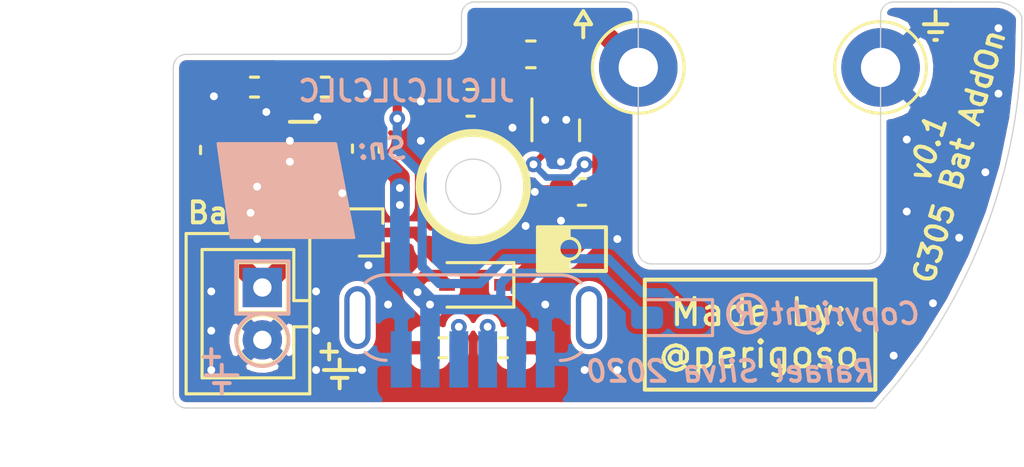
<source format=kicad_pcb>
(kicad_pcb (version 20171130) (host pcbnew 5.1.8)

  (general
    (thickness 0.8)
    (drawings 92)
    (tracks 164)
    (zones 0)
    (modules 20)
    (nets 14)
  )

  (page A4)
  (title_block
    (title "G305 Battery AddOn")
    (date 2020-12-08)
    (rev 0.1)
    (company ~)
    (comment 1 "Design by: Rafael Silva (@perigoso)")
    (comment 3 CERN-OHL-W)
    (comment 4 "This work is licensed under")
  )

  (layers
    (0 F.Cu signal)
    (31 B.Cu signal)
    (34 B.Paste user)
    (35 F.Paste user)
    (36 B.SilkS user)
    (37 F.SilkS user)
    (38 B.Mask user)
    (39 F.Mask user)
    (40 Dwgs.User user)
    (44 Edge.Cuts user)
    (45 Margin user)
    (46 B.CrtYd user)
    (47 F.CrtYd user)
    (48 B.Fab user)
    (49 F.Fab user)
  )

  (setup
    (last_trace_width 0.15)
    (user_trace_width 0.15)
    (user_trace_width 0.19)
    (user_trace_width 0.25)
    (user_trace_width 0.35)
    (user_trace_width 0.45)
    (user_trace_width 0.75)
    (trace_clearance 0.1499)
    (zone_clearance 0.15)
    (zone_45_only no)
    (trace_min 0.15)
    (via_size 0.6)
    (via_drill 0.3)
    (via_min_size 0.6)
    (via_min_drill 0.3)
    (user_via 0.6 0.3)
    (uvia_size 0.3)
    (uvia_drill 0.1)
    (uvias_allowed no)
    (uvia_min_size 0.2)
    (uvia_min_drill 0.1)
    (edge_width 0.05)
    (segment_width 0.15)
    (pcb_text_width 0.3)
    (pcb_text_size 1.5 1.5)
    (mod_edge_width 0.15)
    (mod_text_size 0.8 0.8)
    (mod_text_width 0.15)
    (pad_size 1.524 1.524)
    (pad_drill 0.762)
    (pad_to_mask_clearance 0.05)
    (aux_axis_origin 100 100)
    (grid_origin 100 100)
    (visible_elements FFFFFF7F)
    (pcbplotparams
      (layerselection 0x010fc_ffffffff)
      (usegerberextensions false)
      (usegerberattributes true)
      (usegerberadvancedattributes true)
      (creategerberjobfile true)
      (excludeedgelayer true)
      (linewidth 0.100000)
      (plotframeref false)
      (viasonmask false)
      (mode 1)
      (useauxorigin false)
      (hpglpennumber 1)
      (hpglpenspeed 20)
      (hpglpendiameter 15.000000)
      (psnegative false)
      (psa4output false)
      (plotreference true)
      (plotvalue true)
      (plotinvisibletext false)
      (padsonsilk false)
      (subtractmaskfromsilk false)
      (outputformat 1)
      (mirror false)
      (drillshape 0)
      (scaleselection 1)
      (outputdirectory "gerber/"))
  )

  (net 0 "")
  (net 1 GND)
  (net 2 "Net-(C101-Pad1)")
  (net 3 "Net-(C102-Pad1)")
  (net 4 "Net-(C103-Pad2)")
  (net 5 "Net-(C104-Pad2)")
  (net 6 "Net-(D101-Pad1)")
  (net 7 "Net-(L101-Pad1)")
  (net 8 "Net-(J101-PadB5)")
  (net 9 "Net-(J101-PadA5)")
  (net 10 "Net-(R103-Pad1)")
  (net 11 "Net-(R104-Pad1)")
  (net 12 "Net-(U101-Pad5)")
  (net 13 "Net-(J101-PadS1)")

  (net_class Default "This is the default net class."
    (clearance 0.1499)
    (trace_width 0.15)
    (via_dia 0.6)
    (via_drill 0.3)
    (uvia_dia 0.3)
    (uvia_drill 0.1)
    (diff_pair_width 0.19)
    (diff_pair_gap 0.15)
    (add_net GND)
    (add_net "Net-(C101-Pad1)")
    (add_net "Net-(C102-Pad1)")
    (add_net "Net-(C103-Pad2)")
    (add_net "Net-(C104-Pad2)")
    (add_net "Net-(D101-Pad1)")
    (add_net "Net-(J101-PadA5)")
    (add_net "Net-(J101-PadB5)")
    (add_net "Net-(J101-PadS1)")
    (add_net "Net-(L101-Pad1)")
    (add_net "Net-(R103-Pad1)")
    (add_net "Net-(R104-Pad1)")
    (add_net "Net-(U101-Pad5)")
  )

  (net_class Power ""
    (clearance 0.1499)
    (trace_width 0.25)
    (via_dia 0.6)
    (via_drill 0.3)
    (uvia_dia 0.3)
    (uvia_drill 0.1)
    (diff_pair_width 0.19)
    (diff_pair_gap 0.15)
  )

  (module Package_DFN_QFN:DFN-6-1EP_2x2mm_P0.5mm_EP0.61x1.42mm (layer F.Cu) (tedit 5EA4BC78) (tstamp 5FD281E7)
    (at 104.45 90.2)
    (descr "DC6 Package; 6-Lead Plastic DFN (2mm x 2mm) (see Linear Technology DFN_6_05-08-1703.pdf)")
    (tags "DFN 0.5")
    (path /5FD74C09)
    (attr smd)
    (fp_text reference U101 (at 0 -2.05) (layer F.SilkS) hide
      (effects (font (size 1 1) (thickness 0.15)))
    )
    (fp_text value MCP73830 (at 0 2.05) (layer F.Fab) hide
      (effects (font (size 1 1) (thickness 0.15)))
    )
    (fp_line (start -0.5 -1) (end 1 -1) (layer F.Fab) (width 0.15))
    (fp_line (start 1 -1) (end 1 1) (layer F.Fab) (width 0.15))
    (fp_line (start 1 1) (end -1 1) (layer F.Fab) (width 0.15))
    (fp_line (start -1 1) (end -1 -0.5) (layer F.Fab) (width 0.15))
    (fp_line (start -1 -0.5) (end -0.5 -1) (layer F.Fab) (width 0.15))
    (fp_line (start -1.55 -1.3) (end -1.55 1.3) (layer F.CrtYd) (width 0.05))
    (fp_line (start 1.55 -1.3) (end 1.55 1.3) (layer F.CrtYd) (width 0.05))
    (fp_line (start -1.55 -1.3) (end 1.55 -1.3) (layer F.CrtYd) (width 0.05))
    (fp_line (start -1.55 1.3) (end 1.55 1.3) (layer F.CrtYd) (width 0.05))
    (fp_line (start -1 1.125) (end 1 1.125) (layer F.SilkS) (width 0.15))
    (fp_line (start 0 -1.125) (end 1 -1.125) (layer F.SilkS) (width 0.15))
    (fp_text user %R (at 0 0) (layer F.Fab) hide
      (effects (font (size 0.5 0.5) (thickness 0.075)))
    )
    (pad "" smd rect (at 0 0.355) (size 0.5 0.56) (layers F.Paste))
    (pad "" smd rect (at 0 -0.355) (size 0.5 0.56) (layers F.Paste))
    (pad 7 smd rect (at 0 0) (size 0.61 1.42) (layers F.Cu F.Mask)
      (net 1 GND))
    (pad 6 smd rect (at 0.925 -0.5) (size 0.7 0.25) (layers F.Cu F.Paste F.Mask)
      (net 11 "Net-(R104-Pad1)"))
    (pad 5 smd rect (at 0.925 0) (size 0.7 0.25) (layers F.Cu F.Paste F.Mask)
      (net 12 "Net-(U101-Pad5)"))
    (pad 4 smd rect (at 0.925 0.5) (size 0.7 0.25) (layers F.Cu F.Paste F.Mask)
      (net 2 "Net-(C101-Pad1)"))
    (pad 3 smd rect (at -0.925 0.5) (size 0.7 0.25) (layers F.Cu F.Paste F.Mask)
      (net 3 "Net-(C102-Pad1)"))
    (pad 2 smd rect (at -0.925 0) (size 0.7 0.25) (layers F.Cu F.Paste F.Mask)
      (net 10 "Net-(R103-Pad1)"))
    (pad 1 smd rect (at -0.925 -0.5) (size 0.7 0.25) (layers F.Cu F.Paste F.Mask)
      (net 1 GND))
    (model ${KISYS3DMOD}/Package_DFN_QFN.3dshapes/DFN-6-1EP_2x2mm_P0.5mm_EP0.61x1.42mm.wrl
      (at (xyz 0 0 0))
      (scale (xyz 1 1 1))
      (rotate (xyz 0 0 0))
    )
  )

  (module TestPoint:TestPoint_THTPad_1.5x1.5mm_Drill0.7mm (layer F.Cu) (tedit 5A0F774F) (tstamp 5FD19D27)
    (at 103.4 95.4)
    (descr "THT rectangular pad as test Point, square 1.5mm side length, hole diameter 0.7mm")
    (tags "test point THT pad rectangle square")
    (path /5FD10CB4)
    (attr virtual)
    (fp_text reference TP102 (at 0 -1.648) (layer F.SilkS) hide
      (effects (font (size 1 1) (thickness 0.15)))
    )
    (fp_text value VBAT (at 0 1.75) (layer F.Fab) hide
      (effects (font (size 1 1) (thickness 0.15)))
    )
    (fp_line (start -0.95 -0.95) (end 0.95 -0.95) (layer F.SilkS) (width 0.12))
    (fp_line (start 0.95 -0.95) (end 0.95 0.95) (layer F.SilkS) (width 0.12))
    (fp_line (start 0.95 0.95) (end -0.95 0.95) (layer F.SilkS) (width 0.12))
    (fp_line (start -0.95 0.95) (end -0.95 -0.95) (layer F.SilkS) (width 0.12))
    (fp_line (start -1.25 -1.25) (end 1.25 -1.25) (layer F.CrtYd) (width 0.05))
    (fp_line (start -1.25 -1.25) (end -1.25 1.25) (layer F.CrtYd) (width 0.05))
    (fp_line (start 1.25 1.25) (end 1.25 -1.25) (layer F.CrtYd) (width 0.05))
    (fp_line (start 1.25 1.25) (end -1.25 1.25) (layer F.CrtYd) (width 0.05))
    (fp_text user %R (at 0 -1.65) (layer F.Fab) hide
      (effects (font (size 1 1) (thickness 0.15)))
    )
    (pad 1 thru_hole rect (at 0 0) (size 1.5 1.5) (drill 0.7) (layers *.Cu *.Mask)
      (net 3 "Net-(C102-Pad1)"))
  )

  (module TestPoint:TestPoint_THTPad_D1.5mm_Drill0.7mm (layer F.Cu) (tedit 5A0F774F) (tstamp 5FD17E8E)
    (at 103.4 97.4)
    (descr "THT pad as test Point, diameter 1.5mm, hole diameter 0.7mm")
    (tags "test point THT pad")
    (path /5FD11B1D)
    (attr virtual)
    (fp_text reference TP101 (at 0 -1.648) (layer F.SilkS) hide
      (effects (font (size 1 1) (thickness 0.15)))
    )
    (fp_text value GND (at 0 1.75) (layer F.Fab) hide
      (effects (font (size 1 1) (thickness 0.15)))
    )
    (fp_circle (center 0 0) (end 1.25 0) (layer F.CrtYd) (width 0.05))
    (fp_circle (center 0 0) (end 0 0.95) (layer F.SilkS) (width 0.12))
    (fp_text user %R (at 0 -1.65) (layer F.Fab) hide
      (effects (font (size 1 1) (thickness 0.15)))
    )
    (pad 1 thru_hole circle (at 0 0) (size 1.5 1.5) (drill 0.7) (layers *.Cu *.Mask)
      (net 1 GND))
  )

  (module local:USB_C_Receptacle_6P_Vertical (layer B.Cu) (tedit 5FD1B234) (tstamp 5FD1B8F9)
    (at 111.45 96.55)
    (path /5FD118DF)
    (fp_text reference J101 (at 0 3.8) (layer B.SilkS) hide
      (effects (font (size 1 1) (thickness 0.15)) (justify mirror))
    )
    (fp_text value USB_C_Receptacle_USB2.0 (at 0 0.07) (layer B.Fab) hide
      (effects (font (size 1 1) (thickness 0.15)) (justify mirror))
    )
    (fp_line (start -3.325 1.43) (end 3.325 1.43) (layer B.Fab) (width 0.12))
    (fp_line (start 4.325 0.43) (end 4.325 -0.43) (layer B.Fab) (width 0.12))
    (fp_line (start 3.325 -1.43) (end -3.325 -1.43) (layer B.Fab) (width 0.12))
    (fp_line (start -4.325 -0.43) (end -4.325 0.43) (layer B.Fab) (width 0.12))
    (fp_line (start 3.325 -1.63) (end -3.325 -1.634158) (layer B.SilkS) (width 0.12))
    (fp_line (start -5.175 3.07) (end 5.325 3.07) (layer B.CrtYd) (width 0.05))
    (fp_line (start 5.325 3.07) (end 5.325 -1.93) (layer B.CrtYd) (width 0.05))
    (fp_line (start 5.325 -1.93) (end -5.175 -1.93) (layer B.CrtYd) (width 0.05))
    (fp_line (start -5.175 -1.93) (end -5.175 3.07) (layer B.CrtYd) (width 0.05))
    (fp_arc (start 3.325 -0.43) (end 3.325 -1.63) (angle 41.63353934) (layer B.SilkS) (width 0.12))
    (fp_arc (start -3.325 -0.43) (end -4.124999 -1.329999) (angle 41.63353934) (layer B.SilkS) (width 0.12))
    (fp_arc (start 3.325 0.43) (end 4.124999 1.329999) (angle 41.63353934) (layer B.SilkS) (width 0.12))
    (fp_arc (start -3.325 0.43) (end -3.325 1.63) (angle 41.63353934) (layer B.SilkS) (width 0.12))
    (fp_arc (start 3.325 -0.43) (end 3.325 -1.43) (angle 90) (layer B.Fab) (width 0.12))
    (fp_arc (start -3.325 -0.43) (end -4.325 -0.43) (angle 90) (layer B.Fab) (width 0.12))
    (fp_arc (start -3.325 0.43) (end -3.325 1.43) (angle 90) (layer B.Fab) (width 0.12))
    (fp_arc (start 3.325 0.43) (end 4.325 0.43) (angle 90) (layer B.Fab) (width 0.12))
    (pad B12 smd rect (at 2.75 1.595 90) (size 2.15 0.72) (layers B.Cu B.Paste B.Mask)
      (net 1 GND))
    (pad B9 smd rect (at 1.65 1.595 90) (size 2.15 0.72) (layers B.Cu B.Paste B.Mask)
      (net 2 "Net-(C101-Pad1)"))
    (pad A5 smd rect (at 0.55 1.595 90) (size 2.15 0.72) (layers B.Cu B.Paste B.Mask)
      (net 9 "Net-(J101-PadA5)"))
    (pad B5 smd rect (at -0.55 1.595 90) (size 2.15 0.72) (layers B.Cu B.Paste B.Mask)
      (net 8 "Net-(J101-PadB5)"))
    (pad A9 smd rect (at -1.65 1.595 90) (size 2.15 0.72) (layers B.Cu B.Paste B.Mask)
      (net 2 "Net-(C101-Pad1)"))
    (pad A12 smd rect (at -2.75 1.595 90) (size 2.15 0.8) (layers B.Cu B.Paste B.Mask)
      (net 1 GND))
    (pad S1 thru_hole oval (at 4.42 0 90) (size 2.4 1) (drill oval 2 0.6) (layers *.Cu *.Mask)
      (net 13 "Net-(J101-PadS1)"))
    (pad S1 thru_hole oval (at -4.42 0 90) (size 2.4 1) (drill oval 2 0.6) (layers *.Cu *.Mask)
      (net 13 "Net-(J101-PadS1)"))
    (model ${KISYS3DMOD}/Connector_USB.3dshapes/USB_C_Receptacle_HRO_TYPE-C-31-M-12.wrl
      (at (xyz 0 0 0))
      (scale (xyz 1 1 1))
      (rotate (xyz 0 0 0))
    )
    (model /home/perigoso/3DModels/USB_C/HRO_TYPE-C-31-M-12.step
      (offset (xyz 4.5 1.6 7.5))
      (scale (xyz 1 1 1))
      (rotate (xyz -90 -180 0))
    )
  )

  (module TestPoint:TestPoint_THTPad_D3.0mm_Drill1.5mm (layer F.Cu) (tedit 5A0F774F) (tstamp 5FD29ABF)
    (at 117.75 87)
    (descr "THT pad as test Point, diameter 3.0mm, hole diameter 1.5mm")
    (tags "test point THT pad")
    (path /5FD0A3F3)
    (attr virtual)
    (fp_text reference TP104 (at 0 -2.398) (layer F.SilkS) hide
      (effects (font (size 1 1) (thickness 0.15)))
    )
    (fp_text value VOUT (at 0 2.55) (layer F.Fab) hide
      (effects (font (size 1 1) (thickness 0.15)))
    )
    (fp_circle (center 0 0) (end 2 0) (layer F.CrtYd) (width 0.05))
    (fp_circle (center 0 0) (end 0 1.75) (layer F.SilkS) (width 0.12))
    (fp_text user %R (at 0 -2.4) (layer F.Fab) hide
      (effects (font (size 1 1) (thickness 0.15)))
    )
    (pad 1 thru_hole circle (at 0 0) (size 3 3) (drill 1.5) (layers *.Cu *.Mask)
      (net 5 "Net-(C104-Pad2)"))
  )

  (module TestPoint:TestPoint_THTPad_D3.0mm_Drill1.5mm (layer F.Cu) (tedit 5A0F774F) (tstamp 5FD17EA4)
    (at 127 87)
    (descr "THT pad as test Point, diameter 3.0mm, hole diameter 1.5mm")
    (tags "test point THT pad")
    (path /5FD1130C)
    (attr virtual)
    (fp_text reference TP103 (at 0 -2.398) (layer F.SilkS) hide
      (effects (font (size 1 1) (thickness 0.15)))
    )
    (fp_text value GND (at 0 2.55) (layer F.Fab) hide
      (effects (font (size 1 1) (thickness 0.15)))
    )
    (fp_circle (center 0 0) (end 2 0) (layer F.CrtYd) (width 0.05))
    (fp_circle (center 0 0) (end 0 1.75) (layer F.SilkS) (width 0.12))
    (fp_text user %R (at 0 -2.4) (layer F.Fab) hide
      (effects (font (size 1 1) (thickness 0.15)))
    )
    (pad 1 thru_hole circle (at 0 0) (size 3 3) (drill 1.5) (layers *.Cu *.Mask)
      (net 1 GND))
  )

  (module Package_TO_SOT_SMD:SOT-323_SC-70 (layer F.Cu) (tedit 5FD19356) (tstamp 5FD17E31)
    (at 107.5 93.3)
    (descr "SOT-323, SC-70")
    (tags "SOT-323 SC-70")
    (path /5FD21D46)
    (attr smd)
    (fp_text reference Q101 (at -0.05 -1.95) (layer F.SilkS) hide
      (effects (font (size 1 1) (thickness 0.15)))
    )
    (fp_text value NTA4151PT1G (at -0.05 2.05) (layer F.Fab) hide
      (effects (font (size 1 1) (thickness 0.15)))
    )
    (fp_line (start -0.18 -0.8) (end -0.4 -0.6) (layer F.Fab) (width 0.1))
    (fp_line (start 0.4 0.8) (end -0.4 0.8) (layer F.Fab) (width 0.1))
    (fp_line (start 0.4 -0.8) (end 0.4 0.8) (layer F.Fab) (width 0.1))
    (fp_line (start -0.4 -0.6) (end -0.4 0.8) (layer F.Fab) (width 0.1))
    (fp_line (start 0.4 -0.8) (end -0.18 -0.8) (layer F.Fab) (width 0.1))
    (fp_line (start -0.4 0.9) (end 0.5 0.9) (layer F.SilkS) (width 0.12))
    (fp_line (start 0.5 -0.9) (end -0.85 -0.9) (layer F.SilkS) (width 0.12))
    (fp_line (start -1 1.05) (end -1 -1.05) (layer F.CrtYd) (width 0.05))
    (fp_line (start -1 -1.05) (end 1 -1.05) (layer F.CrtYd) (width 0.05))
    (fp_line (start 1 -1.05) (end 1 1.05) (layer F.CrtYd) (width 0.05))
    (fp_line (start 1 1.05) (end -1 1.05) (layer F.CrtYd) (width 0.05))
    (fp_line (start 0.5 -0.9) (end 0.5 -0.35) (layer F.SilkS) (width 0.12))
    (fp_line (start 0.5 0.4) (end 0.5 0.9) (layer F.SilkS) (width 0.12))
    (fp_text user %R (at 0 0 90) (layer F.Fab) hide
      (effects (font (size 0.4 0.4) (thickness 0.075)))
    )
    (pad 3 smd rect (at 0.6475 0 270) (size 0.356 0.508) (layers F.Cu F.Paste F.Mask)
      (net 4 "Net-(C103-Pad2)"))
    (pad 2 smd rect (at -0.6475 0.5 270) (size 0.356 0.508) (layers F.Cu F.Paste F.Mask)
      (net 3 "Net-(C102-Pad1)"))
    (pad 1 smd rect (at -0.6475 -0.5 270) (size 0.356 0.508) (layers F.Cu F.Paste F.Mask)
      (net 2 "Net-(C101-Pad1)"))
    (model ${KISYS3DMOD}/Package_TO_SOT_SMD.3dshapes/SOT-323_SC-70.wrl
      (at (xyz 0 0 0))
      (scale (xyz 1 1 1))
      (rotate (xyz 0 0 0))
    )
  )

  (module Package_DFN_QFN:MLF-6-1EP_1.6x1.6mm_P0.5mm_EP0.5x1.26mm (layer F.Cu) (tedit 5DC5F696) (tstamp 5FD17EDE)
    (at 114.6 89 270)
    (descr "MLF, 6 Pin (http://ww1.microchip.com/downloads/en/DeviceDoc/mic5353.pdf), generated with kicad-footprint-generator ipc_noLead_generator.py")
    (tags "MLF NoLead")
    (path /5FD054BC)
    (attr smd)
    (fp_text reference U102 (at 0 -1.75 90) (layer F.SilkS) hide
      (effects (font (size 1 1) (thickness 0.15)))
    )
    (fp_text value MCP23030-GY (at 0 1.75 90) (layer F.Fab) hide
      (effects (font (size 1 1) (thickness 0.15)))
    )
    (fp_line (start 1.4 -1.05) (end -1.4 -1.05) (layer F.CrtYd) (width 0.05))
    (fp_line (start 1.4 1.05) (end 1.4 -1.05) (layer F.CrtYd) (width 0.05))
    (fp_line (start -1.4 1.05) (end 1.4 1.05) (layer F.CrtYd) (width 0.05))
    (fp_line (start -1.4 -1.05) (end -1.4 1.05) (layer F.CrtYd) (width 0.05))
    (fp_line (start -0.8 -0.4) (end -0.4 -0.8) (layer F.Fab) (width 0.1))
    (fp_line (start -0.8 0.8) (end -0.8 -0.4) (layer F.Fab) (width 0.1))
    (fp_line (start 0.8 0.8) (end -0.8 0.8) (layer F.Fab) (width 0.1))
    (fp_line (start 0.8 -0.8) (end 0.8 0.8) (layer F.Fab) (width 0.1))
    (fp_line (start -0.4 -0.8) (end 0.8 -0.8) (layer F.Fab) (width 0.1))
    (fp_line (start -0.8 0.91) (end 0.8 0.91) (layer F.SilkS) (width 0.12))
    (fp_line (start 0 -0.91) (end 0.8 -0.91) (layer F.SilkS) (width 0.12))
    (fp_text user %R (at 0 0 90) (layer F.Fab) hide
      (effects (font (size 0.4 0.4) (thickness 0.06)))
    )
    (pad "" smd roundrect (at 0 0.315 270) (size 0.4 0.51) (layers F.Paste) (roundrect_rratio 0.25))
    (pad "" smd roundrect (at 0 -0.315 270) (size 0.4 0.51) (layers F.Paste) (roundrect_rratio 0.25))
    (pad 7 smd rect (at 0 0 270) (size 0.5 1.26) (layers F.Cu F.Mask)
      (net 1 GND))
    (pad 6 smd roundrect (at 0.8 -0.5 270) (size 0.7 0.25) (layers F.Cu F.Paste F.Mask) (roundrect_rratio 0.25)
      (net 1 GND))
    (pad 5 smd roundrect (at 0.8 0 270) (size 0.7 0.25) (layers F.Cu F.Paste F.Mask) (roundrect_rratio 0.25)
      (net 1 GND))
    (pad 4 smd roundrect (at 0.8 0.5 270) (size 0.7 0.25) (layers F.Cu F.Paste F.Mask) (roundrect_rratio 0.25)
      (net 4 "Net-(C103-Pad2)"))
    (pad 3 smd roundrect (at -0.8 0.5 270) (size 0.7 0.25) (layers F.Cu F.Paste F.Mask) (roundrect_rratio 0.25)
      (net 5 "Net-(C104-Pad2)"))
    (pad 2 smd roundrect (at -0.8 0 270) (size 0.7 0.25) (layers F.Cu F.Paste F.Mask) (roundrect_rratio 0.25)
      (net 7 "Net-(L101-Pad1)"))
    (pad 1 smd roundrect (at -0.8 -0.5 270) (size 0.7 0.25) (layers F.Cu F.Paste F.Mask) (roundrect_rratio 0.25)
      (net 4 "Net-(C103-Pad2)"))
    (model ${KISYS3DMOD}/Package_DFN_QFN.3dshapes/MLF-6-1EP_1.6x1.6mm_P0.5mm_EP0.5x1.26mm.wrl
      (at (xyz 0 0 0))
      (scale (xyz 1 1 1))
      (rotate (xyz 0 0 0))
    )
  )

  (module Resistor_SMD:R_0402_1005Metric (layer F.Cu) (tedit 5F68FEEE) (tstamp 5FD17E86)
    (at 105 92.5)
    (descr "Resistor SMD 0402 (1005 Metric), square (rectangular) end terminal, IPC_7351 nominal, (Body size source: IPC-SM-782 page 72, https://www.pcb-3d.com/wordpress/wp-content/uploads/ipc-sm-782a_amendment_1_and_2.pdf), generated with kicad-footprint-generator")
    (tags resistor)
    (path /5FD22961)
    (attr smd)
    (fp_text reference R105 (at 0 -1.17) (layer F.SilkS) hide
      (effects (font (size 1 1) (thickness 0.15)))
    )
    (fp_text value 10k (at 0 1.17) (layer F.Fab) hide
      (effects (font (size 1 1) (thickness 0.15)))
    )
    (fp_line (start 0.93 0.47) (end -0.93 0.47) (layer F.CrtYd) (width 0.05))
    (fp_line (start 0.93 -0.47) (end 0.93 0.47) (layer F.CrtYd) (width 0.05))
    (fp_line (start -0.93 -0.47) (end 0.93 -0.47) (layer F.CrtYd) (width 0.05))
    (fp_line (start -0.93 0.47) (end -0.93 -0.47) (layer F.CrtYd) (width 0.05))
    (fp_line (start -0.153641 0.38) (end 0.153641 0.38) (layer F.SilkS) (width 0.12))
    (fp_line (start -0.153641 -0.38) (end 0.153641 -0.38) (layer F.SilkS) (width 0.12))
    (fp_line (start 0.525 0.27) (end -0.525 0.27) (layer F.Fab) (width 0.1))
    (fp_line (start 0.525 -0.27) (end 0.525 0.27) (layer F.Fab) (width 0.1))
    (fp_line (start -0.525 -0.27) (end 0.525 -0.27) (layer F.Fab) (width 0.1))
    (fp_line (start -0.525 0.27) (end -0.525 -0.27) (layer F.Fab) (width 0.1))
    (fp_text user %R (at 0 0) (layer F.Fab) hide
      (effects (font (size 0.26 0.26) (thickness 0.04)))
    )
    (pad 2 smd roundrect (at 0.51 0) (size 0.54 0.64) (layers F.Cu F.Paste F.Mask) (roundrect_rratio 0.25)
      (net 2 "Net-(C101-Pad1)"))
    (pad 1 smd roundrect (at -0.51 0) (size 0.54 0.64) (layers F.Cu F.Paste F.Mask) (roundrect_rratio 0.25)
      (net 1 GND))
    (model ${KISYS3DMOD}/Resistor_SMD.3dshapes/R_0402_1005Metric.wrl
      (at (xyz 0 0 0))
      (scale (xyz 1 1 1))
      (rotate (xyz 0 0 0))
    )
  )

  (module Resistor_SMD:R_0402_1005Metric (layer F.Cu) (tedit 5F68FEEE) (tstamp 5FD17E75)
    (at 105.8 87.75 180)
    (descr "Resistor SMD 0402 (1005 Metric), square (rectangular) end terminal, IPC_7351 nominal, (Body size source: IPC-SM-782 page 72, https://www.pcb-3d.com/wordpress/wp-content/uploads/ipc-sm-782a_amendment_1_and_2.pdf), generated with kicad-footprint-generator")
    (tags resistor)
    (path /5FD0F39F)
    (attr smd)
    (fp_text reference R104 (at 0 -1.17) (layer F.SilkS) hide
      (effects (font (size 1 1) (thickness 0.15)))
    )
    (fp_text value 2k (at 0 1.17) (layer F.Fab) hide
      (effects (font (size 1 1) (thickness 0.15)))
    )
    (fp_line (start 0.93 0.47) (end -0.93 0.47) (layer F.CrtYd) (width 0.05))
    (fp_line (start 0.93 -0.47) (end 0.93 0.47) (layer F.CrtYd) (width 0.05))
    (fp_line (start -0.93 -0.47) (end 0.93 -0.47) (layer F.CrtYd) (width 0.05))
    (fp_line (start -0.93 0.47) (end -0.93 -0.47) (layer F.CrtYd) (width 0.05))
    (fp_line (start -0.153641 0.38) (end 0.153641 0.38) (layer F.SilkS) (width 0.12))
    (fp_line (start -0.153641 -0.38) (end 0.153641 -0.38) (layer F.SilkS) (width 0.12))
    (fp_line (start 0.525 0.27) (end -0.525 0.27) (layer F.Fab) (width 0.1))
    (fp_line (start 0.525 -0.27) (end 0.525 0.27) (layer F.Fab) (width 0.1))
    (fp_line (start -0.525 -0.27) (end 0.525 -0.27) (layer F.Fab) (width 0.1))
    (fp_line (start -0.525 0.27) (end -0.525 -0.27) (layer F.Fab) (width 0.1))
    (fp_text user %R (at 0 0) (layer F.Fab) hide
      (effects (font (size 0.26 0.26) (thickness 0.04)))
    )
    (pad 2 smd roundrect (at 0.51 0 180) (size 0.54 0.64) (layers F.Cu F.Paste F.Mask) (roundrect_rratio 0.25)
      (net 1 GND))
    (pad 1 smd roundrect (at -0.51 0 180) (size 0.54 0.64) (layers F.Cu F.Paste F.Mask) (roundrect_rratio 0.25)
      (net 11 "Net-(R104-Pad1)"))
    (model ${KISYS3DMOD}/Resistor_SMD.3dshapes/R_0402_1005Metric.wrl
      (at (xyz 0 0 0))
      (scale (xyz 1 1 1))
      (rotate (xyz 0 0 0))
    )
  )

  (module Resistor_SMD:R_0402_1005Metric (layer F.Cu) (tedit 5F68FEEE) (tstamp 5FD1C820)
    (at 103.1 87.75)
    (descr "Resistor SMD 0402 (1005 Metric), square (rectangular) end terminal, IPC_7351 nominal, (Body size source: IPC-SM-782 page 72, https://www.pcb-3d.com/wordpress/wp-content/uploads/ipc-sm-782a_amendment_1_and_2.pdf), generated with kicad-footprint-generator")
    (tags resistor)
    (path /5FD04A5D)
    (attr smd)
    (fp_text reference R103 (at 0 -1.17) (layer F.SilkS) hide
      (effects (font (size 1 1) (thickness 0.15)))
    )
    (fp_text value 2k (at 0 1.17) (layer F.Fab) hide
      (effects (font (size 1 1) (thickness 0.15)))
    )
    (fp_line (start 0.93 0.47) (end -0.93 0.47) (layer F.CrtYd) (width 0.05))
    (fp_line (start 0.93 -0.47) (end 0.93 0.47) (layer F.CrtYd) (width 0.05))
    (fp_line (start -0.93 -0.47) (end 0.93 -0.47) (layer F.CrtYd) (width 0.05))
    (fp_line (start -0.93 0.47) (end -0.93 -0.47) (layer F.CrtYd) (width 0.05))
    (fp_line (start -0.153641 0.38) (end 0.153641 0.38) (layer F.SilkS) (width 0.12))
    (fp_line (start -0.153641 -0.38) (end 0.153641 -0.38) (layer F.SilkS) (width 0.12))
    (fp_line (start 0.525 0.27) (end -0.525 0.27) (layer F.Fab) (width 0.1))
    (fp_line (start 0.525 -0.27) (end 0.525 0.27) (layer F.Fab) (width 0.1))
    (fp_line (start -0.525 -0.27) (end 0.525 -0.27) (layer F.Fab) (width 0.1))
    (fp_line (start -0.525 0.27) (end -0.525 -0.27) (layer F.Fab) (width 0.1))
    (fp_text user %R (at 0 0) (layer F.Fab) hide
      (effects (font (size 0.26 0.26) (thickness 0.04)))
    )
    (pad 2 smd roundrect (at 0.51 0) (size 0.54 0.64) (layers F.Cu F.Paste F.Mask) (roundrect_rratio 0.25)
      (net 6 "Net-(D101-Pad1)"))
    (pad 1 smd roundrect (at -0.51 0) (size 0.54 0.64) (layers F.Cu F.Paste F.Mask) (roundrect_rratio 0.25)
      (net 10 "Net-(R103-Pad1)"))
    (model ${KISYS3DMOD}/Resistor_SMD.3dshapes/R_0402_1005Metric.wrl
      (at (xyz 0 0 0))
      (scale (xyz 1 1 1))
      (rotate (xyz 0 0 0))
    )
  )

  (module Resistor_SMD:R_0402_1005Metric (layer F.Cu) (tedit 5F68FEEE) (tstamp 5FD17E53)
    (at 112.6 97.7)
    (descr "Resistor SMD 0402 (1005 Metric), square (rectangular) end terminal, IPC_7351 nominal, (Body size source: IPC-SM-782 page 72, https://www.pcb-3d.com/wordpress/wp-content/uploads/ipc-sm-782a_amendment_1_and_2.pdf), generated with kicad-footprint-generator")
    (tags resistor)
    (path /5FD0622E)
    (attr smd)
    (fp_text reference R102 (at 0 -1.17) (layer F.SilkS) hide
      (effects (font (size 1 1) (thickness 0.15)))
    )
    (fp_text value 5.11k (at 0 1.17) (layer F.Fab) hide
      (effects (font (size 1 1) (thickness 0.15)))
    )
    (fp_line (start 0.93 0.47) (end -0.93 0.47) (layer F.CrtYd) (width 0.05))
    (fp_line (start 0.93 -0.47) (end 0.93 0.47) (layer F.CrtYd) (width 0.05))
    (fp_line (start -0.93 -0.47) (end 0.93 -0.47) (layer F.CrtYd) (width 0.05))
    (fp_line (start -0.93 0.47) (end -0.93 -0.47) (layer F.CrtYd) (width 0.05))
    (fp_line (start -0.153641 0.38) (end 0.153641 0.38) (layer F.SilkS) (width 0.12))
    (fp_line (start -0.153641 -0.38) (end 0.153641 -0.38) (layer F.SilkS) (width 0.12))
    (fp_line (start 0.525 0.27) (end -0.525 0.27) (layer F.Fab) (width 0.1))
    (fp_line (start 0.525 -0.27) (end 0.525 0.27) (layer F.Fab) (width 0.1))
    (fp_line (start -0.525 -0.27) (end 0.525 -0.27) (layer F.Fab) (width 0.1))
    (fp_line (start -0.525 0.27) (end -0.525 -0.27) (layer F.Fab) (width 0.1))
    (fp_text user %R (at 0 0) (layer F.Fab) hide
      (effects (font (size 0.26 0.26) (thickness 0.04)))
    )
    (pad 2 smd roundrect (at 0.51 0) (size 0.54 0.64) (layers F.Cu F.Paste F.Mask) (roundrect_rratio 0.25)
      (net 1 GND))
    (pad 1 smd roundrect (at -0.51 0) (size 0.54 0.64) (layers F.Cu F.Paste F.Mask) (roundrect_rratio 0.25)
      (net 9 "Net-(J101-PadA5)"))
    (model ${KISYS3DMOD}/Resistor_SMD.3dshapes/R_0402_1005Metric.wrl
      (at (xyz 0 0 0))
      (scale (xyz 1 1 1))
      (rotate (xyz 0 0 0))
    )
  )

  (module Resistor_SMD:R_0402_1005Metric (layer F.Cu) (tedit 5F68FEEE) (tstamp 5FD17E42)
    (at 110.3 97.7)
    (descr "Resistor SMD 0402 (1005 Metric), square (rectangular) end terminal, IPC_7351 nominal, (Body size source: IPC-SM-782 page 72, https://www.pcb-3d.com/wordpress/wp-content/uploads/ipc-sm-782a_amendment_1_and_2.pdf), generated with kicad-footprint-generator")
    (tags resistor)
    (path /5FD05E09)
    (attr smd)
    (fp_text reference R101 (at 0 -1.17) (layer F.SilkS) hide
      (effects (font (size 1 1) (thickness 0.15)))
    )
    (fp_text value 5.11k (at 0 1.17) (layer F.Fab) hide
      (effects (font (size 1 1) (thickness 0.15)))
    )
    (fp_line (start 0.93 0.47) (end -0.93 0.47) (layer F.CrtYd) (width 0.05))
    (fp_line (start 0.93 -0.47) (end 0.93 0.47) (layer F.CrtYd) (width 0.05))
    (fp_line (start -0.93 -0.47) (end 0.93 -0.47) (layer F.CrtYd) (width 0.05))
    (fp_line (start -0.93 0.47) (end -0.93 -0.47) (layer F.CrtYd) (width 0.05))
    (fp_line (start -0.153641 0.38) (end 0.153641 0.38) (layer F.SilkS) (width 0.12))
    (fp_line (start -0.153641 -0.38) (end 0.153641 -0.38) (layer F.SilkS) (width 0.12))
    (fp_line (start 0.525 0.27) (end -0.525 0.27) (layer F.Fab) (width 0.1))
    (fp_line (start 0.525 -0.27) (end 0.525 0.27) (layer F.Fab) (width 0.1))
    (fp_line (start -0.525 -0.27) (end 0.525 -0.27) (layer F.Fab) (width 0.1))
    (fp_line (start -0.525 0.27) (end -0.525 -0.27) (layer F.Fab) (width 0.1))
    (fp_text user %R (at 0 0) (layer F.Fab) hide
      (effects (font (size 0.26 0.26) (thickness 0.04)))
    )
    (pad 2 smd roundrect (at 0.51 0) (size 0.54 0.64) (layers F.Cu F.Paste F.Mask) (roundrect_rratio 0.25)
      (net 8 "Net-(J101-PadB5)"))
    (pad 1 smd roundrect (at -0.51 0) (size 0.54 0.64) (layers F.Cu F.Paste F.Mask) (roundrect_rratio 0.25)
      (net 1 GND))
    (model ${KISYS3DMOD}/Resistor_SMD.3dshapes/R_0402_1005Metric.wrl
      (at (xyz 0 0 0))
      (scale (xyz 1 1 1))
      (rotate (xyz 0 0 0))
    )
  )

  (module Inductor_SMD:L_0603_1608Metric (layer F.Cu) (tedit 5F68FEF0) (tstamp 5FD17E1C)
    (at 113.65 86.5 180)
    (descr "Inductor SMD 0603 (1608 Metric), square (rectangular) end terminal, IPC_7351 nominal, (Body size source: http://www.tortai-tech.com/upload/download/2011102023233369053.pdf), generated with kicad-footprint-generator")
    (tags inductor)
    (path /5FD04497)
    (attr smd)
    (fp_text reference L101 (at 0 -1.43) (layer F.SilkS) hide
      (effects (font (size 1 1) (thickness 0.15)))
    )
    (fp_text value 0.47uH (at 0 1.43) (layer F.Fab) hide
      (effects (font (size 1 1) (thickness 0.15)))
    )
    (fp_line (start 1.48 0.73) (end -1.48 0.73) (layer F.CrtYd) (width 0.05))
    (fp_line (start 1.48 -0.73) (end 1.48 0.73) (layer F.CrtYd) (width 0.05))
    (fp_line (start -1.48 -0.73) (end 1.48 -0.73) (layer F.CrtYd) (width 0.05))
    (fp_line (start -1.48 0.73) (end -1.48 -0.73) (layer F.CrtYd) (width 0.05))
    (fp_line (start -0.162779 0.51) (end 0.162779 0.51) (layer F.SilkS) (width 0.12))
    (fp_line (start -0.162779 -0.51) (end 0.162779 -0.51) (layer F.SilkS) (width 0.12))
    (fp_line (start 0.8 0.4) (end -0.8 0.4) (layer F.Fab) (width 0.1))
    (fp_line (start 0.8 -0.4) (end 0.8 0.4) (layer F.Fab) (width 0.1))
    (fp_line (start -0.8 -0.4) (end 0.8 -0.4) (layer F.Fab) (width 0.1))
    (fp_line (start -0.8 0.4) (end -0.8 -0.4) (layer F.Fab) (width 0.1))
    (fp_text user %R (at 0 0) (layer F.Fab) hide
      (effects (font (size 0.4 0.4) (thickness 0.06)))
    )
    (pad 2 smd roundrect (at 0.7875 0 180) (size 0.875 0.95) (layers F.Cu F.Paste F.Mask) (roundrect_rratio 0.25)
      (net 5 "Net-(C104-Pad2)"))
    (pad 1 smd roundrect (at -0.7875 0 180) (size 0.875 0.95) (layers F.Cu F.Paste F.Mask) (roundrect_rratio 0.25)
      (net 7 "Net-(L101-Pad1)"))
    (model ${KISYS3DMOD}/Inductor_SMD.3dshapes/L_0603_1608Metric.wrl
      (at (xyz 0 0 0))
      (scale (xyz 1 1 1))
      (rotate (xyz 0 0 0))
    )
  )

  (module Diode_SMD:D_SOD-323 (layer F.Cu) (tedit 58641739) (tstamp 5FD17E0B)
    (at 111.5 95.3 180)
    (descr SOD-323)
    (tags SOD-323)
    (path /5FD212C9)
    (attr smd)
    (fp_text reference D102 (at 0 -1.85) (layer F.SilkS) hide
      (effects (font (size 1 1) (thickness 0.15)))
    )
    (fp_text value D_Small (at 0.1 1.9) (layer F.Fab) hide
      (effects (font (size 1 1) (thickness 0.15)))
    )
    (fp_line (start -1.5 -0.85) (end 1.05 -0.85) (layer F.SilkS) (width 0.12))
    (fp_line (start -1.5 0.85) (end 1.05 0.85) (layer F.SilkS) (width 0.12))
    (fp_line (start -1.6 -0.95) (end -1.6 0.95) (layer F.CrtYd) (width 0.05))
    (fp_line (start -1.6 0.95) (end 1.6 0.95) (layer F.CrtYd) (width 0.05))
    (fp_line (start 1.6 -0.95) (end 1.6 0.95) (layer F.CrtYd) (width 0.05))
    (fp_line (start -1.6 -0.95) (end 1.6 -0.95) (layer F.CrtYd) (width 0.05))
    (fp_line (start -0.9 -0.7) (end 0.9 -0.7) (layer F.Fab) (width 0.1))
    (fp_line (start 0.9 -0.7) (end 0.9 0.7) (layer F.Fab) (width 0.1))
    (fp_line (start 0.9 0.7) (end -0.9 0.7) (layer F.Fab) (width 0.1))
    (fp_line (start -0.9 0.7) (end -0.9 -0.7) (layer F.Fab) (width 0.1))
    (fp_line (start -0.3 -0.35) (end -0.3 0.35) (layer F.Fab) (width 0.1))
    (fp_line (start -0.3 0) (end -0.5 0) (layer F.Fab) (width 0.1))
    (fp_line (start -0.3 0) (end 0.2 -0.35) (layer F.Fab) (width 0.1))
    (fp_line (start 0.2 -0.35) (end 0.2 0.35) (layer F.Fab) (width 0.1))
    (fp_line (start 0.2 0.35) (end -0.3 0) (layer F.Fab) (width 0.1))
    (fp_line (start 0.2 0) (end 0.45 0) (layer F.Fab) (width 0.1))
    (fp_line (start -1.5 -0.85) (end -1.5 0.85) (layer F.SilkS) (width 0.12))
    (fp_text user %R (at 0 -1.85) (layer F.Fab) hide
      (effects (font (size 1 1) (thickness 0.15)))
    )
    (pad 2 smd rect (at 1.05 0 180) (size 0.6 0.45) (layers F.Cu F.Paste F.Mask)
      (net 2 "Net-(C101-Pad1)"))
    (pad 1 smd rect (at -1.05 0 180) (size 0.6 0.45) (layers F.Cu F.Paste F.Mask)
      (net 4 "Net-(C103-Pad2)"))
    (model ${KISYS3DMOD}/Diode_SMD.3dshapes/D_SOD-323.wrl
      (at (xyz 0 0 0))
      (scale (xyz 1 1 1))
      (rotate (xyz 0 0 0))
    )
  )

  (module LED_SMD:LED_0603_1608Metric_Castellated (layer B.Cu) (tedit 5F68FEF1) (tstamp 5FD17DF3)
    (at 118.9 96.55 180)
    (descr "LED SMD 0603 (1608 Metric), castellated end terminal, IPC_7351 nominal, (Body size source: http://www.tortai-tech.com/upload/download/2011102023233369053.pdf), generated with kicad-footprint-generator")
    (tags "LED castellated")
    (path /5FD03B2E)
    (attr smd)
    (fp_text reference D101 (at 0 1.38) (layer B.SilkS) hide
      (effects (font (size 1 1) (thickness 0.15)) (justify mirror))
    )
    (fp_text value YLW (at 0 -1.38) (layer B.Fab) hide
      (effects (font (size 1 1) (thickness 0.15)) (justify mirror))
    )
    (fp_line (start 1.68 -0.68) (end -1.68 -0.68) (layer B.CrtYd) (width 0.05))
    (fp_line (start 1.68 0.68) (end 1.68 -0.68) (layer B.CrtYd) (width 0.05))
    (fp_line (start -1.68 0.68) (end 1.68 0.68) (layer B.CrtYd) (width 0.05))
    (fp_line (start -1.68 -0.68) (end -1.68 0.68) (layer B.CrtYd) (width 0.05))
    (fp_line (start -1.685 -0.685) (end 0.8 -0.685) (layer B.SilkS) (width 0.12))
    (fp_line (start -1.685 0.685) (end -1.685 -0.685) (layer B.SilkS) (width 0.12))
    (fp_line (start 0.8 0.685) (end -1.685 0.685) (layer B.SilkS) (width 0.12))
    (fp_line (start 0.8 -0.4) (end 0.8 0.4) (layer B.Fab) (width 0.1))
    (fp_line (start -0.8 -0.4) (end 0.8 -0.4) (layer B.Fab) (width 0.1))
    (fp_line (start -0.8 0.1) (end -0.8 -0.4) (layer B.Fab) (width 0.1))
    (fp_line (start -0.5 0.4) (end -0.8 0.1) (layer B.Fab) (width 0.1))
    (fp_line (start 0.8 0.4) (end -0.5 0.4) (layer B.Fab) (width 0.1))
    (fp_text user %R (at 0 0) (layer B.Fab) hide
      (effects (font (size 0.4 0.4) (thickness 0.06)) (justify mirror))
    )
    (pad 2 smd roundrect (at 0.8125 0 180) (size 1.225 0.85) (layers B.Cu B.Paste B.Mask) (roundrect_rratio 0.25)
      (net 2 "Net-(C101-Pad1)"))
    (pad 1 smd roundrect (at -0.8125 0 180) (size 1.225 0.85) (layers B.Cu B.Paste B.Mask) (roundrect_rratio 0.25)
      (net 6 "Net-(D101-Pad1)"))
    (model ${KISYS3DMOD}/LED_SMD.3dshapes/LED_0603_1608Metric_Castellated.wrl
      (at (xyz 0 0 0))
      (scale (xyz 1 1 1))
      (rotate (xyz 0 0 0))
    )
  )

  (module Capacitor_SMD:C_0603_1608Metric (layer F.Cu) (tedit 5F68FEEE) (tstamp 5FD17DE0)
    (at 111.35 88.35)
    (descr "Capacitor SMD 0603 (1608 Metric), square (rectangular) end terminal, IPC_7351 nominal, (Body size source: IPC-SM-782 page 76, https://www.pcb-3d.com/wordpress/wp-content/uploads/ipc-sm-782a_amendment_1_and_2.pdf), generated with kicad-footprint-generator")
    (tags capacitor)
    (path /5FD065A4)
    (attr smd)
    (fp_text reference C104 (at 0 -1.43) (layer F.SilkS) hide
      (effects (font (size 1 1) (thickness 0.15)))
    )
    (fp_text value 4.7uF (at 0 1.43) (layer F.Fab) hide
      (effects (font (size 1 1) (thickness 0.15)))
    )
    (fp_line (start 1.48 0.73) (end -1.48 0.73) (layer F.CrtYd) (width 0.05))
    (fp_line (start 1.48 -0.73) (end 1.48 0.73) (layer F.CrtYd) (width 0.05))
    (fp_line (start -1.48 -0.73) (end 1.48 -0.73) (layer F.CrtYd) (width 0.05))
    (fp_line (start -1.48 0.73) (end -1.48 -0.73) (layer F.CrtYd) (width 0.05))
    (fp_line (start -0.14058 0.51) (end 0.14058 0.51) (layer F.SilkS) (width 0.12))
    (fp_line (start -0.14058 -0.51) (end 0.14058 -0.51) (layer F.SilkS) (width 0.12))
    (fp_line (start 0.8 0.4) (end -0.8 0.4) (layer F.Fab) (width 0.1))
    (fp_line (start 0.8 -0.4) (end 0.8 0.4) (layer F.Fab) (width 0.1))
    (fp_line (start -0.8 -0.4) (end 0.8 -0.4) (layer F.Fab) (width 0.1))
    (fp_line (start -0.8 0.4) (end -0.8 -0.4) (layer F.Fab) (width 0.1))
    (fp_text user %R (at 0 0) (layer F.Fab) hide
      (effects (font (size 0.4 0.4) (thickness 0.06)))
    )
    (pad 2 smd roundrect (at 0.775 0) (size 0.9 0.95) (layers F.Cu F.Paste F.Mask) (roundrect_rratio 0.25)
      (net 5 "Net-(C104-Pad2)"))
    (pad 1 smd roundrect (at -0.775 0) (size 0.9 0.95) (layers F.Cu F.Paste F.Mask) (roundrect_rratio 0.25)
      (net 1 GND))
    (model ${KISYS3DMOD}/Capacitor_SMD.3dshapes/C_0603_1608Metric.wrl
      (at (xyz 0 0 0))
      (scale (xyz 1 1 1))
      (rotate (xyz 0 0 0))
    )
  )

  (module Capacitor_SMD:C_0603_1608Metric (layer F.Cu) (tedit 5F68FEEE) (tstamp 5FD17DCF)
    (at 115.6 91.75)
    (descr "Capacitor SMD 0603 (1608 Metric), square (rectangular) end terminal, IPC_7351 nominal, (Body size source: IPC-SM-782 page 76, https://www.pcb-3d.com/wordpress/wp-content/uploads/ipc-sm-782a_amendment_1_and_2.pdf), generated with kicad-footprint-generator")
    (tags capacitor)
    (path /5FD1A363)
    (attr smd)
    (fp_text reference C103 (at 0 -1.43) (layer F.SilkS) hide
      (effects (font (size 1 1) (thickness 0.15)))
    )
    (fp_text value 4.7uF (at 0 1.43) (layer F.Fab) hide
      (effects (font (size 1 1) (thickness 0.15)))
    )
    (fp_line (start 1.48 0.73) (end -1.48 0.73) (layer F.CrtYd) (width 0.05))
    (fp_line (start 1.48 -0.73) (end 1.48 0.73) (layer F.CrtYd) (width 0.05))
    (fp_line (start -1.48 -0.73) (end 1.48 -0.73) (layer F.CrtYd) (width 0.05))
    (fp_line (start -1.48 0.73) (end -1.48 -0.73) (layer F.CrtYd) (width 0.05))
    (fp_line (start -0.14058 0.51) (end 0.14058 0.51) (layer F.SilkS) (width 0.12))
    (fp_line (start -0.14058 -0.51) (end 0.14058 -0.51) (layer F.SilkS) (width 0.12))
    (fp_line (start 0.8 0.4) (end -0.8 0.4) (layer F.Fab) (width 0.1))
    (fp_line (start 0.8 -0.4) (end 0.8 0.4) (layer F.Fab) (width 0.1))
    (fp_line (start -0.8 -0.4) (end 0.8 -0.4) (layer F.Fab) (width 0.1))
    (fp_line (start -0.8 0.4) (end -0.8 -0.4) (layer F.Fab) (width 0.1))
    (fp_text user %R (at 0 0) (layer F.Fab) hide
      (effects (font (size 0.4 0.4) (thickness 0.06)))
    )
    (pad 2 smd roundrect (at 0.775 0) (size 0.9 0.95) (layers F.Cu F.Paste F.Mask) (roundrect_rratio 0.25)
      (net 4 "Net-(C103-Pad2)"))
    (pad 1 smd roundrect (at -0.775 0) (size 0.9 0.95) (layers F.Cu F.Paste F.Mask) (roundrect_rratio 0.25)
      (net 1 GND))
    (model ${KISYS3DMOD}/Capacitor_SMD.3dshapes/C_0603_1608Metric.wrl
      (at (xyz 0 0 0))
      (scale (xyz 1 1 1))
      (rotate (xyz 0 0 0))
    )
  )

  (module Capacitor_SMD:C_0603_1608Metric (layer F.Cu) (tedit 5F68FEEE) (tstamp 5FD17DBE)
    (at 101.55 90.15 90)
    (descr "Capacitor SMD 0603 (1608 Metric), square (rectangular) end terminal, IPC_7351 nominal, (Body size source: IPC-SM-782 page 76, https://www.pcb-3d.com/wordpress/wp-content/uploads/ipc-sm-782a_amendment_1_and_2.pdf), generated with kicad-footprint-generator")
    (tags capacitor)
    (path /5FD15F9D)
    (attr smd)
    (fp_text reference C102 (at 0 -1.43 90) (layer F.SilkS) hide
      (effects (font (size 1 1) (thickness 0.15)))
    )
    (fp_text value 4.7uF (at 0 1.43 90) (layer F.Fab) hide
      (effects (font (size 1 1) (thickness 0.15)))
    )
    (fp_line (start -0.8 0.4) (end -0.8 -0.4) (layer F.Fab) (width 0.1))
    (fp_line (start -0.8 -0.4) (end 0.8 -0.4) (layer F.Fab) (width 0.1))
    (fp_line (start 0.8 -0.4) (end 0.8 0.4) (layer F.Fab) (width 0.1))
    (fp_line (start 0.8 0.4) (end -0.8 0.4) (layer F.Fab) (width 0.1))
    (fp_line (start -0.14058 -0.51) (end 0.14058 -0.51) (layer F.SilkS) (width 0.12))
    (fp_line (start -0.14058 0.51) (end 0.14058 0.51) (layer F.SilkS) (width 0.12))
    (fp_line (start -1.48 0.73) (end -1.48 -0.73) (layer F.CrtYd) (width 0.05))
    (fp_line (start -1.48 -0.73) (end 1.48 -0.73) (layer F.CrtYd) (width 0.05))
    (fp_line (start 1.48 -0.73) (end 1.48 0.73) (layer F.CrtYd) (width 0.05))
    (fp_line (start 1.48 0.73) (end -1.48 0.73) (layer F.CrtYd) (width 0.05))
    (fp_text user %R (at 0 0 90) (layer F.Fab) hide
      (effects (font (size 0.4 0.4) (thickness 0.06)))
    )
    (pad 1 smd roundrect (at -0.775 0 90) (size 0.9 0.95) (layers F.Cu F.Paste F.Mask) (roundrect_rratio 0.25)
      (net 3 "Net-(C102-Pad1)"))
    (pad 2 smd roundrect (at 0.775 0 90) (size 0.9 0.95) (layers F.Cu F.Paste F.Mask) (roundrect_rratio 0.25)
      (net 1 GND))
    (model ${KISYS3DMOD}/Capacitor_SMD.3dshapes/C_0603_1608Metric.wrl
      (at (xyz 0 0 0))
      (scale (xyz 1 1 1))
      (rotate (xyz 0 0 0))
    )
  )

  (module Capacitor_SMD:C_0603_1608Metric (layer F.Cu) (tedit 5F68FEEE) (tstamp 5FD17DAD)
    (at 107.35 90.1 90)
    (descr "Capacitor SMD 0603 (1608 Metric), square (rectangular) end terminal, IPC_7351 nominal, (Body size source: IPC-SM-782 page 76, https://www.pcb-3d.com/wordpress/wp-content/uploads/ipc-sm-782a_amendment_1_and_2.pdf), generated with kicad-footprint-generator")
    (tags capacitor)
    (path /5FD0833A)
    (attr smd)
    (fp_text reference C101 (at 0 -1.43 90) (layer F.SilkS) hide
      (effects (font (size 1 1) (thickness 0.15)))
    )
    (fp_text value 4.7uF (at 0 1.43 90) (layer F.Fab) hide
      (effects (font (size 1 1) (thickness 0.15)))
    )
    (fp_line (start 1.48 0.73) (end -1.48 0.73) (layer F.CrtYd) (width 0.05))
    (fp_line (start 1.48 -0.73) (end 1.48 0.73) (layer F.CrtYd) (width 0.05))
    (fp_line (start -1.48 -0.73) (end 1.48 -0.73) (layer F.CrtYd) (width 0.05))
    (fp_line (start -1.48 0.73) (end -1.48 -0.73) (layer F.CrtYd) (width 0.05))
    (fp_line (start -0.14058 0.51) (end 0.14058 0.51) (layer F.SilkS) (width 0.12))
    (fp_line (start -0.14058 -0.51) (end 0.14058 -0.51) (layer F.SilkS) (width 0.12))
    (fp_line (start 0.8 0.4) (end -0.8 0.4) (layer F.Fab) (width 0.1))
    (fp_line (start 0.8 -0.4) (end 0.8 0.4) (layer F.Fab) (width 0.1))
    (fp_line (start -0.8 -0.4) (end 0.8 -0.4) (layer F.Fab) (width 0.1))
    (fp_line (start -0.8 0.4) (end -0.8 -0.4) (layer F.Fab) (width 0.1))
    (fp_text user %R (at 0 0 90) (layer F.Fab) hide
      (effects (font (size 0.4 0.4) (thickness 0.06)))
    )
    (pad 2 smd roundrect (at 0.775 0 90) (size 0.9 0.95) (layers F.Cu F.Paste F.Mask) (roundrect_rratio 0.25)
      (net 1 GND))
    (pad 1 smd roundrect (at -0.775 0 90) (size 0.9 0.95) (layers F.Cu F.Paste F.Mask) (roundrect_rratio 0.25)
      (net 2 "Net-(C101-Pad1)"))
    (model ${KISYS3DMOD}/Capacitor_SMD.3dshapes/C_0603_1608Metric.wrl
      (at (xyz 0 0 0))
      (scale (xyz 1 1 1))
      (rotate (xyz 0 0 0))
    )
  )

  (gr_line (start 131.499851 84.501784) (end 127.5 84.500001) (layer Edge.Cuts) (width 0.05) (tstamp 5FD2DFF1))
  (gr_arc (start 111.166474 85.642587) (end 126.8 100) (angle -43.53540183) (layer Edge.Cuts) (width 0.05))
  (gr_poly (pts (xy 106.9 93.5) (xy 102.2 93.5) (xy 101.7 89.9) (xy 106.2 89.9)) (layer B.SilkS) (width 0.1))
  (gr_text Sn: (at 108 90.1) (layer B.SilkS)
    (effects (font (size 0.8 0.8) (thickness 0.15) italic) (justify mirror))
  )
  (gr_text JLCJLCJLCJLC (at 108.9 87.9) (layer B.SilkS)
    (effects (font (size 0.8 0.8) (thickness 0.15)) (justify mirror))
  )
  (gr_text "G305 Bat AddOn" (at 130 90.4 73.9) (layer F.SilkS)
    (effects (font (size 0.8 0.8) (thickness 0.15)))
  )
  (gr_text v0.1 (at 128.8 90.1 73.9) (layer F.SilkS)
    (effects (font (size 0.8 0.8) (thickness 0.15) italic))
  )
  (gr_line (start 101.85 98.75) (end 101.85 98.35) (layer B.SilkS) (width 0.15) (tstamp 5FD2CD95))
  (gr_line (start 101.750001 98.05) (end 101.15 98.050001) (layer B.SilkS) (width 0.15) (tstamp 5FD2CD94))
  (gr_line (start 102.15 99.05) (end 101.55 99.05) (layer B.SilkS) (width 0.15) (tstamp 5FD2CD93))
  (gr_line (start 101.450001 97.75) (end 101.45 98.350001) (layer B.SilkS) (width 0.15) (tstamp 5FD2CD92))
  (gr_line (start 101.85 99.05) (end 101.85 99.45) (layer B.SilkS) (width 0.15) (tstamp 5FD2CD91))
  (gr_line (start 102.45 98.75) (end 101.25 98.75) (layer B.SilkS) (width 0.15) (tstamp 5FD2CD90))
  (gr_line (start 102.4 96.4) (end 102.4 94.4) (layer B.SilkS) (width 0.15) (tstamp 5FD2CD8D))
  (gr_line (start 104.4 96.4) (end 102.4 96.4) (layer B.SilkS) (width 0.15))
  (gr_line (start 104.4 94.4) (end 104.4 96.4) (layer B.SilkS) (width 0.15))
  (gr_line (start 102.4 94.4) (end 104.4 94.4) (layer B.SilkS) (width 0.15))
  (gr_circle (center 103.4 97.4) (end 104.4 97.4) (layer B.SilkS) (width 0.15))
  (gr_text "Copyright R" (at 125 96.4) (layer B.SilkS)
    (effects (font (size 0.8 0.8) (thickness 0.15) italic) (justify mirror))
  )
  (gr_circle (center 121.9 96.4) (end 122.62111 96.4) (layer B.SilkS) (width 0.15))
  (gr_text "Rafael Silva 2020" (at 121.3 98.6) (layer B.SilkS)
    (effects (font (size 0.8 0.8) (thickness 0.15) italic) (justify mirror))
  )
  (gr_line (start 118 99.3) (end 118 95.1) (layer F.SilkS) (width 0.15) (tstamp 5FD2C5A9))
  (gr_line (start 118.2 99.3) (end 118 99.3) (layer F.SilkS) (width 0.15))
  (gr_line (start 126.8 99.3) (end 118.2 99.3) (layer F.SilkS) (width 0.15))
  (gr_line (start 126.8 95.1) (end 126.8 99.3) (layer F.SilkS) (width 0.15))
  (gr_line (start 118 95.1) (end 126.8 95.1) (layer F.SilkS) (width 0.15))
  (gr_poly (pts (xy 115.118604 93.500001) (xy 114.918604 93.549999) (xy 114.768604 93.65) (xy 114.718605 93.8) (xy 114.718604 93.918604) (xy 114.718604 94.100001) (xy 114.818604 94.2) (xy 114.968604 94.3) (xy 115.118604 94.318604) (xy 115.118604 94.518606) (xy 115.118604 94.768604) (xy 113.918604 94.768604) (xy 113.918604 93.1) (xy 115.118604 93.1)) (layer F.SilkS) (width 0.1))
  (gr_circle (center 115.118604 93.918604) (end 114.718604 93.918605) (layer F.SilkS) (width 0.12) (tstamp 5FD2C2ED))
  (gr_line (start 113.918604 94.768604) (end 113.918604 93.1) (layer F.SilkS) (width 0.15) (tstamp 5FD2C2E0))
  (gr_line (start 116.518604 94.768605) (end 113.918604 94.768604) (layer F.SilkS) (width 0.15) (tstamp 5FD2C2DF))
  (gr_line (start 116.518604 93.100001) (end 116.518604 94.768605) (layer F.SilkS) (width 0.15) (tstamp 5FD2C2DE))
  (gr_line (start 113.918604 93.1) (end 116.518604 93.100001) (layer F.SilkS) (width 0.15) (tstamp 5FD2C2DD))
  (gr_line (start 129.05 85.95) (end 129.15 85.95) (layer F.SilkS) (width 0.15))
  (gr_line (start 128.85 85.65) (end 129.35 85.65) (layer F.SilkS) (width 0.15))
  (gr_line (start 129.1 85.35) (end 129.1 84.85) (layer F.SilkS) (width 0.15) (tstamp 5FD2BF15))
  (gr_line (start 129.55 85.35) (end 128.65 85.35) (layer F.SilkS) (width 0.15) (tstamp 5FD2BF14))
  (gr_line (start 115.65 84.85) (end 115.35 85.35) (layer F.SilkS) (width 0.15) (tstamp 5FD2BF12))
  (gr_line (start 115.95 85.35) (end 115.65 84.85) (layer F.SilkS) (width 0.15))
  (gr_line (start 115.35 85.35) (end 115.95 85.35) (layer F.SilkS) (width 0.15))
  (gr_line (start 115.65 85.35) (end 115.65 85.85) (layer F.SilkS) (width 0.15))
  (gr_text Bat (at 101.55 92.55) (layer F.SilkS) (tstamp 5FD1C882)
    (effects (font (size 0.8 0.8) (thickness 0.15)))
  )
  (gr_text "Made by:\n@perigoso" (at 122.35 97.15) (layer F.SilkS) (tstamp 5FD1C7A4)
    (effects (font (size 1 1) (thickness 0.15)))
  )
  (gr_line (start 105.65 97.85) (end 106.25 97.85) (layer F.SilkS) (width 0.15))
  (gr_line (start 105.95 97.55) (end 105.95 98.15) (layer F.SilkS) (width 0.15))
  (gr_line (start 106.35 98.55) (end 106.35 98.15) (layer F.SilkS) (width 0.15))
  (gr_line (start 106.35 98.85) (end 106.35 99.25) (layer F.SilkS) (width 0.15))
  (gr_line (start 106.05 98.85) (end 106.65 98.85) (layer F.SilkS) (width 0.15))
  (gr_line (start 105.75 98.55) (end 106.95 98.55) (layer F.SilkS) (width 0.15))
  (gr_line (start 99.999999 84.5) (end 111.15 84.5) (layer Dwgs.User) (width 0.15))
  (gr_line (start 132.4 100) (end 132.4 85.9) (layer Dwgs.User) (width 0.15))
  (dimension 32.4 (width 0.15) (layer Dwgs.User)
    (gr_text "32,400 mm" (at 116.2 102.899999) (layer Dwgs.User)
      (effects (font (size 1 1) (thickness 0.15)))
    )
    (feature1 (pts (xy 132.4 100) (xy 132.4 102.18642)))
    (feature2 (pts (xy 100 100) (xy 100 102.18642)))
    (crossbar (pts (xy 100 101.599999) (xy 132.4 101.599999)))
    (arrow1a (pts (xy 132.4 101.599999) (xy 131.273496 102.18642)))
    (arrow1b (pts (xy 132.4 101.599999) (xy 131.273496 101.013578)))
    (arrow2a (pts (xy 100 101.599999) (xy 101.126504 102.18642)))
    (arrow2b (pts (xy 100 101.599999) (xy 101.126504 101.013578)))
  )
  (dimension 15.5 (width 0.15) (layer Dwgs.User)
    (gr_text "15,500 mm" (at 97.05 92.25 270) (layer Dwgs.User)
      (effects (font (size 1 1) (thickness 0.15)))
    )
    (feature1 (pts (xy 99.999999 100) (xy 97.763579 100)))
    (feature2 (pts (xy 99.999999 84.5) (xy 97.763579 84.5)))
    (crossbar (pts (xy 98.35 84.5) (xy 98.35 100)))
    (arrow1a (pts (xy 98.35 100) (xy 97.763579 98.873496)))
    (arrow1b (pts (xy 98.35 100) (xy 98.936421 98.873496)))
    (arrow2a (pts (xy 98.35 84.5) (xy 97.763579 85.626504)))
    (arrow2b (pts (xy 98.35 84.5) (xy 98.936421 85.626504)))
  )
  (gr_line (start 101.1 98.85) (end 101.1 93.95) (layer F.SilkS) (width 0.12))
  (gr_line (start 104.6 98.85) (end 101.1 98.85) (layer F.SilkS) (width 0.12))
  (gr_line (start 104.6 96.9) (end 104.6 98.85) (layer F.SilkS) (width 0.12))
  (gr_line (start 105.21 96.9) (end 104.6 96.9) (layer F.SilkS) (width 0.12))
  (gr_line (start 104.6 95.9) (end 105.21 95.9) (layer F.SilkS) (width 0.12))
  (gr_line (start 104.6 93.95) (end 104.6 95.9) (layer F.SilkS) (width 0.12))
  (gr_line (start 101.1 93.95) (end 104.6 93.95) (layer F.SilkS) (width 0.12))
  (gr_line (start 100.49 99.46) (end 100.49 93.34) (layer F.SilkS) (width 0.12) (tstamp 5FD26E74))
  (gr_line (start 105.21 99.46) (end 100.49 99.46) (layer F.SilkS) (width 0.12))
  (gr_line (start 105.21 93.34) (end 105.21 99.46) (layer F.SilkS) (width 0.12))
  (gr_line (start 100.49 93.34) (end 105.21 93.34) (layer F.SilkS) (width 0.12))
  (gr_arc (start 131.4 85.7) (end 132.295386 84.897519) (angle -43.36838294) (layer Edge.Cuts) (width 0.05))
  (gr_arc (start 131.892078 85.2) (end 132.389406 85.282564) (angle -46.29589772) (layer Edge.Cuts) (width 0.05))
  (gr_arc (start 100.5 99.5) (end 100.000001 99.5) (angle -90) (layer Edge.Cuts) (width 0.05) (tstamp 5FD25BAA))
  (gr_arc (start 100.5 87) (end 100.5 86.5) (angle -90) (layer Edge.Cuts) (width 0.05) (tstamp 5FD25BAA))
  (gr_arc (start 118.25 94) (end 117.750001 94) (angle -90) (layer Edge.Cuts) (width 0.05) (tstamp 5FD25BAA))
  (gr_arc (start 126.5 94) (end 126.5 94.499999) (angle -90) (layer Edge.Cuts) (width 0.05) (tstamp 5FD25BAA))
  (gr_arc (start 127.5 85) (end 127.5 84.500001) (angle -90) (layer Edge.Cuts) (width 0.05) (tstamp 5FD25BAA))
  (gr_arc (start 117.25 85) (end 117.749999 85) (angle -90) (layer Edge.Cuts) (width 0.05) (tstamp 5FD25BAA))
  (gr_arc (start 111.5 85) (end 111.5 84.500001) (angle -90) (layer Edge.Cuts) (width 0.05) (tstamp 5FD25BAA))
  (gr_arc (start 110.5 86) (end 110.5 86.499999) (angle -90) (layer Edge.Cuts) (width 0.05) (tstamp 5FD25BAA))
  (gr_line (start 111.45 94.05) (end 120.25 94.05) (layer Dwgs.User) (width 0.15))
  (gr_line (start 117.25 85) (end 117.25 94.5) (angle 90) (layer Dwgs.User) (width 0.05) (tstamp 5FD1E101))
  (gr_line (start 100.5 87) (end 100.5 100) (angle 90) (layer Dwgs.User) (width 0.05) (tstamp 5FD1DE5D))
  (gr_line (start 111.5 85) (end 111.5 87) (angle 90) (layer Dwgs.User) (width 0.05) (tstamp 5FD1DE54))
  (gr_line (start 111.5 85) (end 117.25 85) (angle 90) (layer Dwgs.User) (width 0.05) (tstamp 5FD1DE51))
  (gr_line (start 111.5 87) (end 100.5 87) (angle 90) (layer Dwgs.User) (width 0.05) (tstamp 5FD1DE4D))
  (gr_circle (center 111.45 91.55) (end 113.5 91.55) (layer F.SilkS) (width 0.3))
  (gr_line (start 99.65 93.5) (end 131.25 93.5) (layer Dwgs.User) (width 0.05) (tstamp 5FD1C2B7))
  (gr_line (start 100 87) (end 100.000001 99.5) (angle 90) (layer Edge.Cuts) (width 0.05) (tstamp 5FD1938D))
  (gr_line (start 100.5 99.999999) (end 126.8 100) (angle 90) (layer Edge.Cuts) (width 0.05) (tstamp 5FD19384))
  (gr_circle (center 127 87) (end 128.25 87) (layer Dwgs.User) (width 0.05) (tstamp 5FD19381))
  (gr_circle (center 117.75 87) (end 119 87) (layer Dwgs.User) (width 0.05) (tstamp 5FD1938A))
  (gr_line (start 111.000001 85) (end 110.999999 86) (angle 90) (layer Edge.Cuts) (width 0.05) (tstamp 5FD19399))
  (gr_line (start 110.5 86.499999) (end 100.5 86.5) (angle 90) (layer Edge.Cuts) (width 0.05) (tstamp 5FD19387))
  (gr_line (start 111.5 84.500001) (end 117.25 84.500001) (angle 90) (layer Edge.Cuts) (width 0.05) (tstamp 5FD19390))
  (gr_line (start 117.749999 85) (end 117.750001 94) (angle 90) (layer Edge.Cuts) (width 0.05) (tstamp 5FD1939C))
  (gr_line (start 127.000001 85) (end 126.999999 94) (angle 90) (layer Edge.Cuts) (width 0.05) (tstamp 5FD19396))
  (gr_line (start 126.5 94.499999) (end 118.25 94.499999) (angle 90) (layer Edge.Cuts) (width 0.05) (tstamp 5FD19393))
  (gr_circle (center 111.45 91.55) (end 110.4 91.55) (layer Edge.Cuts) (width 0.05) (tstamp 5FD193A2))

  (via (at 107.2 98.55) (size 0.6) (drill 0.3) (layers F.Cu B.Cu) (net 1))
  (via (at 115 89) (size 0.6) (drill 0.3) (layers F.Cu B.Cu) (net 1))
  (via (at 114.2 89) (size 0.6) (drill 0.3) (layers F.Cu B.Cu) (net 1))
  (via (at 104.45 90.6) (size 0.6) (drill 0.3) (layers F.Cu B.Cu) (net 1))
  (via (at 104.45 89.8) (size 0.6) (drill 0.3) (layers F.Cu B.Cu) (net 1))
  (via (at 103.55 88.7) (size 0.6) (drill 0.3) (layers F.Cu B.Cu) (net 1))
  (via (at 107.4 88) (size 0.6) (drill 0.3) (layers F.Cu B.Cu) (net 1))
  (via (at 109.45 89.8) (size 0.6) (drill 0.3) (layers F.Cu B.Cu) (net 1))
  (via (at 114.8 92.85) (size 0.6) (drill 0.3) (layers F.Cu B.Cu) (net 1))
  (segment (start 114.6 90.4) (end 114.6 89.8) (width 0.35) (layer F.Cu) (net 1))
  (segment (start 115.1 90.3) (end 115.1 89.8) (width 0.35) (layer F.Cu) (net 1))
  (segment (start 114.8 90.6) (end 115.1 90.3) (width 0.35) (layer F.Cu) (net 1))
  (segment (start 114.8 90.6) (end 114.6 90.4) (width 0.35) (layer F.Cu) (net 1))
  (via (at 114.8 90.6) (size 0.6) (drill 0.3) (layers F.Cu B.Cu) (net 1))
  (via (at 113.8 91.75) (size 0.6) (drill 0.3) (layers F.Cu B.Cu) (net 1))
  (via (at 101.55 88.1) (size 0.6) (drill 0.3) (layers F.Cu B.Cu) (net 1))
  (via (at 105.5 88.9) (size 0.6) (drill 0.3) (layers F.Cu B.Cu) (net 1))
  (via (at 101.45 98.55) (size 0.6) (drill 0.3) (layers F.Cu B.Cu) (net 1))
  (via (at 101.45 97.05) (size 0.6) (drill 0.3) (layers F.Cu B.Cu) (net 1))
  (via (at 101.45 95.55) (size 0.6) (drill 0.3) (layers F.Cu B.Cu) (net 1))
  (via (at 105.45 98.55) (size 0.6) (drill 0.3) (layers F.Cu B.Cu) (net 1))
  (via (at 105.45 97.05) (size 0.6) (drill 0.3) (layers F.Cu B.Cu) (net 1))
  (via (at 105.45 95.55) (size 0.6) (drill 0.3) (layers F.Cu B.Cu) (net 1))
  (via (at 108.2 96.05) (size 0.6) (drill 0.3) (layers F.Cu B.Cu) (net 1))
  (via (at 114.2 96.05) (size 0.6) (drill 0.3) (layers F.Cu B.Cu) (net 1))
  (via (at 115.7 98.55) (size 0.6) (drill 0.3) (layers F.Cu B.Cu) (net 1))
  (via (at 106.45 91.8) (size 0.6) (drill 0.3) (layers F.Cu B.Cu) (net 1))
  (via (at 102.95 92.55) (size 0.6) (drill 0.3) (layers F.Cu B.Cu) (net 1))
  (via (at 109.45 88.3) (size 0.6) (drill 0.3) (layers F.Cu B.Cu) (net 1))
  (via (at 116.95 93.55) (size 0.6) (drill 0.3) (layers F.Cu B.Cu) (net 1))
  (via (at 112.95 89.3) (size 0.6) (drill 0.3) (layers F.Cu B.Cu) (net 1))
  (via (at 113.45 93.05) (size 0.6) (drill 0.3) (layers F.Cu B.Cu) (net 1))
  (via (at 103.2 91.55) (size 0.6) (drill 0.3) (layers F.Cu B.Cu) (net 1))
  (via (at 103.2 93.55) (size 0.6) (drill 0.3) (layers F.Cu B.Cu) (net 1))
  (via (at 107.45 94.55) (size 0.6) (drill 0.3) (layers F.Cu B.Cu) (net 1))
  (via (at 116.95 98.55) (size 0.6) (drill 0.3) (layers F.Cu B.Cu) (net 1))
  (via (at 128 89.75) (size 0.6) (drill 0.3) (layers F.Cu B.Cu) (net 1))
  (via (at 128 92.5) (size 0.6) (drill 0.3) (layers F.Cu B.Cu) (net 1))
  (via (at 131.5 85.5) (size 0.6) (drill 0.3) (layers F.Cu B.Cu) (net 1))
  (via (at 131.5 88) (size 0.6) (drill 0.3) (layers F.Cu B.Cu) (net 1))
  (via (at 131 91) (size 0.6) (drill 0.3) (layers F.Cu B.Cu) (net 1))
  (via (at 130 93.5) (size 0.6) (drill 0.3) (layers F.Cu B.Cu) (net 1))
  (via (at 129 96) (size 0.6) (drill 0.3) (layers F.Cu B.Cu) (net 1))
  (via (at 127.5 98) (size 0.6) (drill 0.3) (layers F.Cu B.Cu) (net 1))
  (segment (start 108.65 92.25) (end 108.65 91.578249) (width 0.75) (layer F.Cu) (net 2) (tstamp 5FD28A39))
  (segment (start 109.8 96.05) (end 109.325 95.575) (width 0.75) (layer B.Cu) (net 2) (tstamp 5FD28A39))
  (segment (start 109.8 98.145) (end 109.8 96.05) (width 0.75) (layer B.Cu) (net 2) (status 10))
  (segment (start 113.1 98.145) (end 113.1 96.65) (width 0.75) (layer B.Cu) (net 2) (status 10))
  (via (at 109.8 96.05) (size 0.6) (drill 0.3) (layers F.Cu B.Cu) (net 2))
  (segment (start 113.1 96.65) (end 112.5 96.05) (width 0.75) (layer B.Cu) (net 2))
  (segment (start 112.5 96.05) (end 109.8 96.05) (width 0.75) (layer B.Cu) (net 2))
  (segment (start 107.35 90.875) (end 106.525 90.875) (width 0.45) (layer F.Cu) (net 2) (status 10))
  (segment (start 106.525 90.875) (end 106.35 90.7) (width 0.45) (layer F.Cu) (net 2))
  (segment (start 106.35 90.7) (end 106 90.7) (width 0.45) (layer F.Cu) (net 2))
  (segment (start 105.375 90.7) (end 106 90.7) (width 0.25) (layer F.Cu) (net 2) (status 10))
  (segment (start 106.8525 92.8) (end 106.35 92.8) (width 0.35) (layer F.Cu) (net 2) (status 10))
  (segment (start 106.05 92.5) (end 105.51 92.5) (width 0.35) (layer F.Cu) (net 2) (status 20))
  (segment (start 106.35 92.8) (end 106.05 92.5) (width 0.35) (layer F.Cu) (net 2))
  (segment (start 106.8525 92.8) (end 106.95 92.8) (width 0.35) (layer F.Cu) (net 2) (status 30))
  (segment (start 107.35 92.4) (end 107.35 90.875) (width 0.35) (layer F.Cu) (net 2) (status 20))
  (segment (start 106.95 92.8) (end 107.35 92.4) (width 0.35) (layer F.Cu) (net 2) (status 10))
  (segment (start 107.35 90.875) (end 108.325 90.875) (width 0.75) (layer F.Cu) (net 2) (status 10))
  (segment (start 108.325 90.875) (end 108.65 91.2) (width 0.75) (layer F.Cu) (net 2))
  (segment (start 108.65 91.2) (end 108.65 91.6) (width 0.75) (layer F.Cu) (net 2))
  (via (at 108.65 92.25) (size 0.6) (drill 0.3) (layers F.Cu B.Cu) (net 2))
  (via (at 108.65 91.6) (size 0.6) (drill 0.3) (layers F.Cu B.Cu) (net 2))
  (segment (start 108.65 91.6) (end 108.65 92.25) (width 0.75) (layer B.Cu) (net 2))
  (segment (start 108.65 94.9) (end 109.325 95.575) (width 0.75) (layer B.Cu) (net 2))
  (segment (start 108.65 92.25) (end 108.65 94.9) (width 0.75) (layer B.Cu) (net 2))
  (via (at 109.325 95.575) (size 0.6) (drill 0.3) (layers F.Cu B.Cu) (net 2))
  (segment (start 109.8 96.05) (end 109.325 95.575) (width 0.75) (layer F.Cu) (net 2))
  (segment (start 109.325 95.575) (end 109.325 95.225) (width 0.45) (layer F.Cu) (net 2))
  (segment (start 109.325 95.225) (end 109.6 94.95) (width 0.45) (layer F.Cu) (net 2))
  (segment (start 110.1 94.95) (end 110.45 95.3) (width 0.45) (layer F.Cu) (net 2) (status 20))
  (segment (start 109.6 94.95) (end 110.1 94.95) (width 0.45) (layer F.Cu) (net 2))
  (segment (start 116.3 94.85) (end 112.9 94.85) (width 0.35) (layer B.Cu) (net 2))
  (segment (start 118 96.55) (end 116.3 94.85) (width 0.35) (layer B.Cu) (net 2))
  (segment (start 118.0875 96.55) (end 118 96.55) (width 0.35) (layer B.Cu) (net 2))
  (segment (start 112.5 95.25) (end 112.5 96.05) (width 0.35) (layer B.Cu) (net 2))
  (segment (start 112.9 94.85) (end 112.5 95.25) (width 0.35) (layer B.Cu) (net 2))
  (segment (start 101.55 90.925) (end 102.325 90.925) (width 0.45) (layer F.Cu) (net 3) (status 10))
  (segment (start 102.325 90.925) (end 102.55 90.7) (width 0.45) (layer F.Cu) (net 3))
  (segment (start 102.55 90.7) (end 102.9 90.7) (width 0.45) (layer F.Cu) (net 3))
  (segment (start 102.9 90.7) (end 103.525 90.7) (width 0.25) (layer F.Cu) (net 3) (status 20))
  (segment (start 106.3 93.8) (end 106.8525 93.8) (width 0.35) (layer F.Cu) (net 3))
  (segment (start 105 93.8) (end 105.9 93.8) (width 0.75) (layer F.Cu) (net 3))
  (segment (start 103.4 95.4) (end 105 93.8) (width 0.75) (layer F.Cu) (net 3))
  (segment (start 105.9 93.8) (end 106.3 93.8) (width 0.45) (layer F.Cu) (net 3))
  (segment (start 101.55 93.55) (end 103.4 95.4) (width 0.75) (layer F.Cu) (net 3))
  (segment (start 101.55 90.925) (end 101.55 93.55) (width 0.75) (layer F.Cu) (net 3))
  (segment (start 108.1475 93.3) (end 108.8 93.3) (width 0.35) (layer F.Cu) (net 4))
  (segment (start 109.25 93.3) (end 108.8 93.3) (width 0.45) (layer F.Cu) (net 4))
  (segment (start 109.75 93.8) (end 109.25 93.3) (width 0.45) (layer F.Cu) (net 4))
  (segment (start 112.55 95.3) (end 113.05 95.3) (width 0.45) (layer F.Cu) (net 4))
  (segment (start 113.05 95.3) (end 113.45 94.9) (width 0.45) (layer F.Cu) (net 4))
  (segment (start 113.45 94.9) (end 114.2 94.15) (width 0.75) (layer F.Cu) (net 4))
  (segment (start 116.375 89.475) (end 116.375 89.075) (width 0.75) (layer F.Cu) (net 4))
  (segment (start 116.375 89.075) (end 115.9 88.6) (width 0.75) (layer F.Cu) (net 4))
  (segment (start 115.9 88.6) (end 115.5 88.2) (width 0.45) (layer F.Cu) (net 4))
  (segment (start 115.5 88.2) (end 115.25 88.2) (width 0.45) (layer F.Cu) (net 4))
  (segment (start 115.1 88.2) (end 115.25 88.2) (width 0.25) (layer F.Cu) (net 4))
  (segment (start 114.1 90.35) (end 114.1 89.8) (width 0.25) (layer F.Cu) (net 4))
  (segment (start 113.75 90.7) (end 114.1 90.35) (width 0.25) (layer F.Cu) (net 4))
  (via (at 113.75 90.7) (size 0.6) (drill 0.3) (layers F.Cu B.Cu) (net 4))
  (via (at 115.7 90.7) (size 0.6) (drill 0.3) (layers F.Cu B.Cu) (net 4))
  (segment (start 116.25 90.7) (end 116.375 90.575) (width 0.25) (layer F.Cu) (net 4))
  (segment (start 115.7 90.7) (end 116.25 90.7) (width 0.25) (layer F.Cu) (net 4))
  (segment (start 116.375 90.575) (end 116.375 91.75) (width 0.75) (layer F.Cu) (net 4))
  (segment (start 116.375 89.475) (end 116.375 90.575) (width 0.75) (layer F.Cu) (net 4))
  (segment (start 115.2 91.2) (end 115.7 90.7) (width 0.25) (layer B.Cu) (net 4))
  (segment (start 114.25 91.2) (end 115.2 91.2) (width 0.25) (layer B.Cu) (net 4))
  (segment (start 113.75 90.7) (end 114.25 91.2) (width 0.25) (layer B.Cu) (net 4))
  (segment (start 116.375 92.725) (end 116.375 91.65) (width 0.75) (layer F.Cu) (net 4))
  (segment (start 114.95 94.15) (end 116.375 92.725) (width 0.75) (layer F.Cu) (net 4))
  (segment (start 110.1 94.15) (end 114.95 94.15) (width 0.75) (layer F.Cu) (net 4))
  (segment (start 109.75 93.8) (end 110.1 94.15) (width 0.75) (layer F.Cu) (net 4))
  (segment (start 112.125 87.1375) (end 112.8625 86.4) (width 0.75) (layer F.Cu) (net 5))
  (segment (start 112.125 88.35) (end 112.125 87.1375) (width 0.75) (layer F.Cu) (net 5))
  (segment (start 112.25 88.35) (end 112.125 88.35) (width 0.25) (layer F.Cu) (net 5))
  (segment (start 113.15 87.6) (end 113.15 88.1) (width 0.25) (layer F.Cu) (net 5))
  (segment (start 113.35 87.4) (end 113.15 87.6) (width 0.25) (layer F.Cu) (net 5))
  (segment (start 114.1 87.6) (end 113.9 87.4) (width 0.25) (layer F.Cu) (net 5))
  (segment (start 112.9 88.35) (end 112.125 88.35) (width 0.25) (layer F.Cu) (net 5))
  (segment (start 113.15 88.1) (end 112.9 88.35) (width 0.25) (layer F.Cu) (net 5))
  (segment (start 113.9 87.4) (end 113.35 87.4) (width 0.25) (layer F.Cu) (net 5))
  (segment (start 114.1 88.2) (end 114.1 87.6) (width 0.25) (layer F.Cu) (net 5))
  (segment (start 111.7 86.7125) (end 112.125 87.1375) (width 0.75) (layer F.Cu) (net 5))
  (segment (start 111.7 85.85) (end 111.7 86.7125) (width 0.75) (layer F.Cu) (net 5))
  (segment (start 112.3 85.25) (end 111.7 85.85) (width 0.75) (layer F.Cu) (net 5))
  (segment (start 116 85.25) (end 112.3 85.25) (width 0.75) (layer F.Cu) (net 5))
  (segment (start 117.75 87) (end 116 85.25) (width 0.75) (layer F.Cu) (net 5))
  (via (at 108.55 88.95) (size 0.6) (drill 0.3) (layers F.Cu B.Cu) (net 6))
  (segment (start 104.36 87) (end 103.61 87.75) (width 0.35) (layer F.Cu) (net 6))
  (segment (start 107.8 87) (end 104.36 87) (width 0.35) (layer F.Cu) (net 6))
  (segment (start 108.55 87.75) (end 107.8 87) (width 0.35) (layer F.Cu) (net 6))
  (segment (start 108.55 88.95) (end 108.55 87.75) (width 0.35) (layer F.Cu) (net 6))
  (segment (start 118.7625 95.6) (end 119.7125 96.55) (width 0.35) (layer B.Cu) (net 6))
  (segment (start 116.6 94.3) (end 117.9 95.6) (width 0.35) (layer B.Cu) (net 6))
  (segment (start 112.65 94.3) (end 116.6 94.3) (width 0.35) (layer B.Cu) (net 6))
  (segment (start 111.7 95.25) (end 112.65 94.3) (width 0.35) (layer B.Cu) (net 6))
  (segment (start 110.15 95.25) (end 111.7 95.25) (width 0.35) (layer B.Cu) (net 6))
  (segment (start 109.5 94.6) (end 110.15 95.25) (width 0.35) (layer B.Cu) (net 6))
  (segment (start 109.5 91.1) (end 109.5 94.6) (width 0.35) (layer B.Cu) (net 6))
  (segment (start 117.9 95.6) (end 118.7625 95.6) (width 0.35) (layer B.Cu) (net 6))
  (segment (start 108.55 90.15) (end 109.5 91.1) (width 0.35) (layer B.Cu) (net 6))
  (segment (start 108.55 88.95) (end 108.55 90.15) (width 0.35) (layer B.Cu) (net 6))
  (segment (start 114.6 88.45) (end 114.6 87.6) (width 0.25) (layer F.Cu) (net 7))
  (segment (start 114.6 86.5625) (end 114.4375 86.4) (width 0.75) (layer F.Cu) (net 7))
  (segment (start 114.6 87.05) (end 114.6 86.5625) (width 0.75) (layer F.Cu) (net 7))
  (segment (start 114.6 87.6) (end 114.6 87.05) (width 0.45) (layer F.Cu) (net 7))
  (via (at 110.9 96.9) (size 0.6) (drill 0.3) (layers F.Cu B.Cu) (net 8))
  (segment (start 110.9 98.145) (end 110.9 96.9) (width 0.25) (layer B.Cu) (net 8) (status 10))
  (segment (start 110.81 96.99) (end 110.81 97.7) (width 0.25) (layer F.Cu) (net 8))
  (segment (start 110.9 96.9) (end 110.81 96.99) (width 0.25) (layer F.Cu) (net 8))
  (via (at 112 96.9) (size 0.6) (drill 0.3) (layers F.Cu B.Cu) (net 9))
  (segment (start 112 98.145) (end 112 96.9) (width 0.25) (layer B.Cu) (net 9) (status 10))
  (segment (start 112.09 96.99) (end 112.09 97.7) (width 0.25) (layer F.Cu) (net 9))
  (segment (start 112 96.9) (end 112.09 96.99) (width 0.25) (layer F.Cu) (net 9))
  (segment (start 102.59 89.99) (end 102.59 87.75) (width 0.25) (layer F.Cu) (net 10) (status 20))
  (segment (start 102.8 90.2) (end 102.59 89.99) (width 0.25) (layer F.Cu) (net 10))
  (segment (start 103.525 90.2) (end 102.8 90.2) (width 0.25) (layer F.Cu) (net 10) (status 10))
  (segment (start 106.31 89.49) (end 106.31 87.75) (width 0.25) (layer F.Cu) (net 11) (status 20))
  (segment (start 106.1 89.7) (end 106.31 89.49) (width 0.25) (layer F.Cu) (net 11))
  (segment (start 105.375 89.7) (end 106.1 89.7) (width 0.25) (layer F.Cu) (net 11) (status 10))

  (zone (net 1) (net_name GND) (layer F.Cu) (tstamp 5FD2EEE2) (hatch edge 0.508)
    (connect_pads (clearance 0.2))
    (min_thickness 0.2)
    (fill yes (arc_segments 32) (thermal_gap 0.508) (thermal_bridge_width 0.508))
    (polygon
      (pts
        (xy 132.5 100) (xy 100 100) (xy 100 84.5) (xy 132.5 84.5)
      )
    )
    (filled_polygon
      (pts
        (xy 131.470306 84.826771) (xy 131.640873 84.857964) (xy 131.799837 84.920785) (xy 131.945295 85.014396) (xy 132.04053 85.103978)
        (xy 132.052128 85.123076) (xy 132.064021 85.155628) (xy 132.069365 85.189872) (xy 132.067298 85.240676) (xy 132.066514 85.245614)
        (xy 132.064522 85.273896) (xy 132.015519 87.110775) (xy 131.808219 88.922311) (xy 131.443824 90.70888) (xy 130.925107 92.456887)
        (xy 130.256015 94.153034) (xy 129.441643 95.784404) (xy 128.488177 97.338606) (xy 127.401654 98.80545) (xy 126.651188 99.675001)
        (xy 100.515894 99.674999) (xy 100.466311 99.670138) (xy 100.433908 99.660355) (xy 100.40402 99.644462) (xy 100.377786 99.623066)
        (xy 100.356213 99.59699) (xy 100.34011 99.567208) (xy 100.330102 99.534878) (xy 100.325001 99.486342) (xy 100.325001 98.359369)
        (xy 102.65842 98.359369) (xy 102.727638 98.587427) (xy 102.972213 98.695782) (xy 103.233227 98.754341) (xy 103.50065 98.760853)
        (xy 103.764205 98.715069) (xy 104.013764 98.618747) (xy 104.072362 98.587427) (xy 104.14158 98.359369) (xy 103.4 97.617789)
        (xy 102.65842 98.359369) (xy 100.325001 98.359369) (xy 100.325001 97.50065) (xy 102.039147 97.50065) (xy 102.084931 97.764205)
        (xy 102.181253 98.013764) (xy 102.212573 98.072362) (xy 102.440631 98.14158) (xy 103.182211 97.4) (xy 103.617789 97.4)
        (xy 104.359369 98.14158) (xy 104.587427 98.072362) (xy 104.695782 97.827787) (xy 104.754341 97.566773) (xy 104.760853 97.29935)
        (xy 104.715069 97.035795) (xy 104.618747 96.786236) (xy 104.587427 96.727638) (xy 104.359369 96.65842) (xy 103.617789 97.4)
        (xy 103.182211 97.4) (xy 102.440631 96.65842) (xy 102.212573 96.727638) (xy 102.104218 96.972213) (xy 102.045659 97.233227)
        (xy 102.039147 97.50065) (xy 100.325001 97.50065) (xy 100.325 88.925) (xy 100.464058 88.925) (xy 100.467 89.069)
        (xy 100.619 89.221) (xy 101.396 89.221) (xy 101.396 88.469) (xy 101.244 88.317) (xy 101.075 88.314058)
        (xy 100.955811 88.325797) (xy 100.841203 88.360563) (xy 100.735579 88.41702) (xy 100.642999 88.492999) (xy 100.56702 88.585579)
        (xy 100.510563 88.691203) (xy 100.475797 88.805811) (xy 100.464058 88.925) (xy 100.325 88.925) (xy 100.324999 87.015904)
        (xy 100.329861 86.966311) (xy 100.339644 86.93391) (xy 100.355537 86.904018) (xy 100.376932 86.877787) (xy 100.403015 86.856209)
        (xy 100.432786 86.840112) (xy 100.465125 86.830101) (xy 100.513659 86.825) (xy 103.86325 86.824999) (xy 103.559701 87.128549)
        (xy 103.475 87.128549) (xy 103.389853 87.136935) (xy 103.307977 87.161772) (xy 103.232521 87.202104) (xy 103.166383 87.256383)
        (xy 103.112104 87.322521) (xy 103.1 87.345166) (xy 103.087896 87.322521) (xy 103.033617 87.256383) (xy 102.967479 87.202104)
        (xy 102.892023 87.161772) (xy 102.810147 87.136935) (xy 102.725 87.128549) (xy 102.455 87.128549) (xy 102.369853 87.136935)
        (xy 102.287977 87.161772) (xy 102.212521 87.202104) (xy 102.146383 87.256383) (xy 102.092104 87.322521) (xy 102.051772 87.397977)
        (xy 102.026935 87.479853) (xy 102.018549 87.565) (xy 102.018549 87.935) (xy 102.026935 88.020147) (xy 102.051772 88.102023)
        (xy 102.092104 88.177479) (xy 102.146383 88.243617) (xy 102.165001 88.258896) (xy 102.165001 88.33211) (xy 102.144189 88.325797)
        (xy 102.025 88.314058) (xy 101.856 88.317) (xy 101.704 88.469) (xy 101.704 89.221) (xy 101.724 89.221)
        (xy 101.724 89.529) (xy 101.704 89.529) (xy 101.704 89.549) (xy 101.396 89.549) (xy 101.396 89.529)
        (xy 100.619 89.529) (xy 100.467 89.681) (xy 100.464058 89.825) (xy 100.475797 89.944189) (xy 100.510563 90.058797)
        (xy 100.56702 90.164421) (xy 100.642999 90.257001) (xy 100.735579 90.33298) (xy 100.841203 90.389437) (xy 100.869954 90.398159)
        (xy 100.862272 90.407519) (xy 100.813623 90.498536) (xy 100.783665 90.597295) (xy 100.773549 90.7) (xy 100.773549 91.15)
        (xy 100.783665 91.252705) (xy 100.813623 91.351464) (xy 100.862272 91.442481) (xy 100.875 91.45799) (xy 100.875001 93.516838)
        (xy 100.871735 93.55) (xy 100.884767 93.682323) (xy 100.923365 93.809561) (xy 100.986043 93.926824) (xy 101.049256 94.00385)
        (xy 101.049264 94.003858) (xy 101.070395 94.029606) (xy 101.096143 94.050737) (xy 102.348549 95.303143) (xy 102.348549 96.15)
        (xy 102.354341 96.20881) (xy 102.371496 96.26536) (xy 102.399353 96.317477) (xy 102.436842 96.363158) (xy 102.482523 96.400647)
        (xy 102.53464 96.428504) (xy 102.59119 96.445659) (xy 102.65 96.451451) (xy 102.66924 96.451451) (xy 103.4 97.182211)
        (xy 104.13076 96.451451) (xy 104.15 96.451451) (xy 104.20881 96.445659) (xy 104.26536 96.428504) (xy 104.317477 96.400647)
        (xy 104.363158 96.363158) (xy 104.400647 96.317477) (xy 104.428504 96.26536) (xy 104.445659 96.20881) (xy 104.451451 96.15)
        (xy 104.451451 95.810708) (xy 106.23 95.810708) (xy 106.230001 97.289293) (xy 106.241577 97.406827) (xy 106.287322 97.557628)
        (xy 106.361608 97.696606) (xy 106.461579 97.818422) (xy 106.583395 97.918393) (xy 106.722373 97.992679) (xy 106.873174 98.038424)
        (xy 107.03 98.05387) (xy 107.186827 98.038424) (xy 107.293714 98.006) (xy 108.912 98.006) (xy 108.91761 98.121862)
        (xy 108.949057 98.237425) (xy 109.002445 98.344633) (xy 109.075722 98.439365) (xy 109.166073 98.517982) (xy 109.270025 98.577461)
        (xy 109.383583 98.615517) (xy 109.484 98.628) (xy 109.636 98.476) (xy 109.636 97.854) (xy 109.064 97.854)
        (xy 108.912 98.006) (xy 107.293714 98.006) (xy 107.337628 97.992679) (xy 107.476606 97.918393) (xy 107.598422 97.818422)
        (xy 107.698393 97.696606) (xy 107.772679 97.557628) (xy 107.818424 97.406827) (xy 107.819687 97.394) (xy 108.912 97.394)
        (xy 109.064 97.546) (xy 109.636 97.546) (xy 109.636 96.924) (xy 109.944 96.924) (xy 109.944 97.546)
        (xy 109.964 97.546) (xy 109.964 97.854) (xy 109.944 97.854) (xy 109.944 98.476) (xy 110.096 98.628)
        (xy 110.196417 98.615517) (xy 110.309975 98.577461) (xy 110.413927 98.517982) (xy 110.504278 98.439365) (xy 110.577555 98.344633)
        (xy 110.593115 98.313386) (xy 110.675 98.321451) (xy 110.945 98.321451) (xy 111.030147 98.313065) (xy 111.112023 98.288228)
        (xy 111.187479 98.247896) (xy 111.253617 98.193617) (xy 111.307896 98.127479) (xy 111.348228 98.052023) (xy 111.373065 97.970147)
        (xy 111.381451 97.885) (xy 111.381451 97.515) (xy 111.373065 97.429853) (xy 111.348228 97.347977) (xy 111.331621 97.316907)
        (xy 111.36605 97.282478) (xy 111.431713 97.184207) (xy 111.45 97.140058) (xy 111.468287 97.184207) (xy 111.53395 97.282478)
        (xy 111.568379 97.316907) (xy 111.551772 97.347977) (xy 111.526935 97.429853) (xy 111.518549 97.515) (xy 111.518549 97.885)
        (xy 111.526935 97.970147) (xy 111.551772 98.052023) (xy 111.592104 98.127479) (xy 111.646383 98.193617) (xy 111.712521 98.247896)
        (xy 111.787977 98.288228) (xy 111.869853 98.313065) (xy 111.955 98.321451) (xy 112.225 98.321451) (xy 112.306885 98.313386)
        (xy 112.322445 98.344633) (xy 112.395722 98.439365) (xy 112.486073 98.517982) (xy 112.590025 98.577461) (xy 112.703583 98.615517)
        (xy 112.804 98.628) (xy 112.956 98.476) (xy 112.956 97.854) (xy 113.264 97.854) (xy 113.264 98.476)
        (xy 113.416 98.628) (xy 113.516417 98.615517) (xy 113.629975 98.577461) (xy 113.733927 98.517982) (xy 113.824278 98.439365)
        (xy 113.897555 98.344633) (xy 113.950943 98.237425) (xy 113.98239 98.121862) (xy 113.988 98.006) (xy 113.836 97.854)
        (xy 113.264 97.854) (xy 112.956 97.854) (xy 112.936 97.854) (xy 112.936 97.546) (xy 112.956 97.546)
        (xy 112.956 96.924) (xy 113.264 96.924) (xy 113.264 97.546) (xy 113.836 97.546) (xy 113.988 97.394)
        (xy 113.98239 97.278138) (xy 113.950943 97.162575) (xy 113.897555 97.055367) (xy 113.824278 96.960635) (xy 113.733927 96.882018)
        (xy 113.629975 96.822539) (xy 113.516417 96.784483) (xy 113.416 96.772) (xy 113.264 96.924) (xy 112.956 96.924)
        (xy 112.804 96.772) (xy 112.703583 96.784483) (xy 112.595952 96.820553) (xy 112.576942 96.724986) (xy 112.531713 96.615793)
        (xy 112.46605 96.517522) (xy 112.382478 96.43395) (xy 112.284207 96.368287) (xy 112.175014 96.323058) (xy 112.059095 96.3)
        (xy 111.940905 96.3) (xy 111.824986 96.323058) (xy 111.715793 96.368287) (xy 111.617522 96.43395) (xy 111.53395 96.517522)
        (xy 111.468287 96.615793) (xy 111.45 96.659942) (xy 111.431713 96.615793) (xy 111.36605 96.517522) (xy 111.282478 96.43395)
        (xy 111.184207 96.368287) (xy 111.075014 96.323058) (xy 110.959095 96.3) (xy 110.840905 96.3) (xy 110.724986 96.323058)
        (xy 110.615793 96.368287) (xy 110.517522 96.43395) (xy 110.43395 96.517522) (xy 110.368287 96.615793) (xy 110.323058 96.724986)
        (xy 110.304048 96.820553) (xy 110.196417 96.784483) (xy 110.096 96.772) (xy 109.944 96.924) (xy 109.636 96.924)
        (xy 109.484 96.772) (xy 109.383583 96.784483) (xy 109.270025 96.822539) (xy 109.166073 96.882018) (xy 109.075722 96.960635)
        (xy 109.002445 97.055367) (xy 108.949057 97.162575) (xy 108.91761 97.278138) (xy 108.912 97.394) (xy 107.819687 97.394)
        (xy 107.83 97.289293) (xy 107.83 95.810707) (xy 107.818424 95.693173) (xy 107.772679 95.542372) (xy 107.698393 95.403394)
        (xy 107.598422 95.281578) (xy 107.476605 95.181607) (xy 107.337627 95.107321) (xy 107.186826 95.061576) (xy 107.03 95.04613)
        (xy 106.873173 95.061576) (xy 106.722372 95.107321) (xy 106.583394 95.181607) (xy 106.461578 95.281578) (xy 106.361607 95.403395)
        (xy 106.287321 95.542373) (xy 106.241576 95.693174) (xy 106.23 95.810708) (xy 104.451451 95.810708) (xy 104.451451 95.303143)
        (xy 105.279594 94.475) (xy 105.933159 94.475) (xy 106.032323 94.465233) (xy 106.159561 94.426636) (xy 106.276824 94.363958)
        (xy 106.324294 94.325) (xy 106.325788 94.325) (xy 106.402918 94.317403) (xy 106.501881 94.287383) (xy 106.525048 94.275)
        (xy 106.553306 94.275) (xy 106.5985 94.279451) (xy 107.1065 94.279451) (xy 107.16531 94.273659) (xy 107.22186 94.256504)
        (xy 107.273977 94.228647) (xy 107.319658 94.191158) (xy 107.357147 94.145477) (xy 107.385004 94.09336) (xy 107.402159 94.03681)
        (xy 107.407951 93.978) (xy 107.407951 93.622) (xy 107.402159 93.56319) (xy 107.385004 93.50664) (xy 107.357147 93.454523)
        (xy 107.319658 93.408842) (xy 107.273977 93.371353) (xy 107.22186 93.343496) (xy 107.16531 93.326341) (xy 107.1065 93.320549)
        (xy 106.5985 93.320549) (xy 106.553306 93.325) (xy 106.525048 93.325) (xy 106.501881 93.312617) (xy 106.402918 93.282597)
        (xy 106.325788 93.275) (xy 106.324294 93.275) (xy 106.32397 93.274734) (xy 106.349999 93.277298) (xy 106.373332 93.275)
        (xy 106.553306 93.275) (xy 106.5985 93.279451) (xy 107.1065 93.279451) (xy 107.16531 93.273659) (xy 107.22186 93.256504)
        (xy 107.273977 93.228647) (xy 107.319658 93.191158) (xy 107.357147 93.145477) (xy 107.385004 93.09336) (xy 107.402159 93.03681)
        (xy 107.40404 93.01771) (xy 107.669371 92.75238) (xy 107.687501 92.737501) (xy 107.746859 92.665173) (xy 107.790966 92.582654)
        (xy 107.811469 92.515066) (xy 107.818127 92.493117) (xy 107.827298 92.400001) (xy 107.825 92.376669) (xy 107.825 91.573797)
        (xy 107.869521 91.55) (xy 107.975 91.55) (xy 107.975 92.283158) (xy 107.984767 92.382322) (xy 108.023364 92.50956)
        (xy 108.086042 92.626823) (xy 108.170394 92.729605) (xy 108.273176 92.813958) (xy 108.285507 92.820549) (xy 107.8935 92.820549)
        (xy 107.83469 92.826341) (xy 107.77814 92.843496) (xy 107.726023 92.871353) (xy 107.680342 92.908842) (xy 107.642853 92.954523)
        (xy 107.614996 93.00664) (xy 107.597841 93.06319) (xy 107.592049 93.122) (xy 107.592049 93.478) (xy 107.597841 93.53681)
        (xy 107.614996 93.59336) (xy 107.642853 93.645477) (xy 107.680342 93.691158) (xy 107.726023 93.728647) (xy 107.77814 93.756504)
        (xy 107.83469 93.773659) (xy 107.8935 93.779451) (xy 108.4015 93.779451) (xy 108.446694 93.775) (xy 108.574952 93.775)
        (xy 108.598119 93.787383) (xy 108.697082 93.817403) (xy 108.774212 93.825) (xy 109.032538 93.825) (xy 109.078748 93.87121)
        (xy 109.084767 93.932323) (xy 109.123365 94.059561) (xy 109.186043 94.176824) (xy 109.249256 94.25385) (xy 109.444081 94.448675)
        (xy 109.398119 94.462617) (xy 109.306914 94.511367) (xy 109.226973 94.576973) (xy 109.210529 94.59701) (xy 108.972005 94.835534)
        (xy 108.951974 94.851973) (xy 108.935535 94.872004) (xy 108.886367 94.931915) (xy 108.837617 95.02312) (xy 108.816704 95.092062)
        (xy 108.807597 95.122082) (xy 108.805429 95.144091) (xy 108.761043 95.198176) (xy 108.698365 95.315439) (xy 108.659767 95.442677)
        (xy 108.646735 95.575) (xy 108.659767 95.707323) (xy 108.698365 95.834561) (xy 108.761043 95.951824) (xy 108.824256 96.02885)
        (xy 109.346149 96.550743) (xy 109.423175 96.613956) (xy 109.540438 96.676635) (xy 109.667675 96.715233) (xy 109.799999 96.728264)
        (xy 109.932323 96.715233) (xy 110.05956 96.676635) (xy 110.176823 96.613956) (xy 110.279606 96.529606) (xy 110.363956 96.426823)
        (xy 110.426635 96.30956) (xy 110.465233 96.182323) (xy 110.478264 96.049999) (xy 110.465233 95.917675) (xy 110.43756 95.826451)
        (xy 110.438944 95.826451) (xy 110.45 95.82754) (xy 110.461056 95.826451) (xy 110.75 95.826451) (xy 110.80881 95.820659)
        (xy 110.86536 95.803504) (xy 110.917477 95.775647) (xy 110.963158 95.738158) (xy 111.000647 95.692477) (xy 111.028504 95.64036)
        (xy 111.045659 95.58381) (xy 111.051451 95.525) (xy 111.051451 95.075) (xy 111.045659 95.01619) (xy 111.028504 94.95964)
        (xy 111.000647 94.907523) (xy 110.963158 94.861842) (xy 110.918265 94.825) (xy 112.081735 94.825) (xy 112.036842 94.861842)
        (xy 111.999353 94.907523) (xy 111.971496 94.95964) (xy 111.954341 95.01619) (xy 111.948549 95.075) (xy 111.948549 95.525)
        (xy 111.954341 95.58381) (xy 111.971496 95.64036) (xy 111.999353 95.692477) (xy 112.036842 95.738158) (xy 112.082523 95.775647)
        (xy 112.13464 95.803504) (xy 112.19119 95.820659) (xy 112.25 95.826451) (xy 112.85 95.826451) (xy 112.864733 95.825)
        (xy 113.02422 95.825) (xy 113.05 95.827539) (xy 113.07578 95.825) (xy 113.075788 95.825) (xy 113.152918 95.817403)
        (xy 113.174988 95.810708) (xy 115.07 95.810708) (xy 115.070001 97.289293) (xy 115.081577 97.406827) (xy 115.127322 97.557628)
        (xy 115.201608 97.696606) (xy 115.301579 97.818422) (xy 115.423395 97.918393) (xy 115.562373 97.992679) (xy 115.713174 98.038424)
        (xy 115.87 98.05387) (xy 116.026827 98.038424) (xy 116.177628 97.992679) (xy 116.316606 97.918393) (xy 116.438422 97.818422)
        (xy 116.538393 97.696606) (xy 116.612679 97.557628) (xy 116.658424 97.406827) (xy 116.67 97.289293) (xy 116.67 95.810707)
        (xy 116.658424 95.693173) (xy 116.612679 95.542372) (xy 116.538393 95.403394) (xy 116.438422 95.281578) (xy 116.316605 95.181607)
        (xy 116.177627 95.107321) (xy 116.026826 95.061576) (xy 115.87 95.04613) (xy 115.713173 95.061576) (xy 115.562372 95.107321)
        (xy 115.423394 95.181607) (xy 115.301578 95.281578) (xy 115.201607 95.403395) (xy 115.127321 95.542373) (xy 115.081576 95.693174)
        (xy 115.07 95.810708) (xy 113.174988 95.810708) (xy 113.251881 95.787383) (xy 113.343086 95.738633) (xy 113.423027 95.673027)
        (xy 113.43947 95.652991) (xy 113.521209 95.571252) (xy 113.582323 95.565233) (xy 113.709561 95.526635) (xy 113.826824 95.463957)
        (xy 113.90385 95.400744) (xy 114.479594 94.825) (xy 114.916848 94.825) (xy 114.95 94.828265) (xy 114.983152 94.825)
        (xy 114.983159 94.825) (xy 115.082323 94.815233) (xy 115.209561 94.776636) (xy 115.326824 94.713958) (xy 115.387584 94.664093)
        (xy 115.40385 94.650744) (xy 115.403852 94.650742) (xy 115.429606 94.629606) (xy 115.450743 94.603851) (xy 116.828857 93.225737)
        (xy 116.854605 93.204606) (xy 116.875738 93.178856) (xy 116.875743 93.178851) (xy 116.938957 93.101825) (xy 116.938958 93.101824)
        (xy 117.001636 92.984561) (xy 117.030979 92.88783) (xy 117.040233 92.857324) (xy 117.042339 92.835942) (xy 117.05 92.758159)
        (xy 117.05 92.758153) (xy 117.053265 92.725001) (xy 117.05 92.691849) (xy 117.05 92.269521) (xy 117.086377 92.201464)
        (xy 117.116335 92.102705) (xy 117.126451 92) (xy 117.126451 91.5) (xy 117.116335 91.397295) (xy 117.086377 91.298536)
        (xy 117.05 91.230479) (xy 117.05 89.108143) (xy 117.053264 89.074999) (xy 117.05 89.041855) (xy 117.05 89.041842)
        (xy 117.040233 88.942677) (xy 117.040233 88.942675) (xy 117.020327 88.877056) (xy 117.001636 88.815439) (xy 116.938958 88.698176)
        (xy 116.880591 88.627056) (xy 116.875743 88.621149) (xy 116.875742 88.621148) (xy 116.854606 88.595394) (xy 116.828852 88.574258)
        (xy 116.753787 88.499193) (xy 116.89738 88.595139) (xy 117.224959 88.730827) (xy 117.425 88.770618) (xy 117.425002 94.015961)
        (xy 117.426372 94.029875) (xy 117.426351 94.032946) (xy 117.426793 94.037462) (xy 117.436993 94.134511) (xy 117.442918 94.163372)
        (xy 117.448436 94.1923) (xy 117.449748 94.196645) (xy 117.478604 94.289863) (xy 117.490012 94.317002) (xy 117.501053 94.344328)
        (xy 117.503183 94.348335) (xy 117.549596 94.434174) (xy 117.56608 94.458613) (xy 117.582198 94.483242) (xy 117.585066 94.486759)
        (xy 117.647267 94.561948) (xy 117.668177 94.582712) (xy 117.688778 94.603749) (xy 117.692274 94.606642) (xy 117.767895 94.668317)
        (xy 117.792432 94.684619) (xy 117.816735 94.701259) (xy 117.820727 94.703418) (xy 117.906887 94.74923) (xy 117.934103 94.760447)
        (xy 117.961193 94.772058) (xy 117.965528 94.7734) (xy 118.058946 94.801605) (xy 118.087845 94.807327) (xy 118.116657 94.813451)
        (xy 118.12117 94.813926) (xy 118.218287 94.823448) (xy 118.218292 94.823448) (xy 118.234039 94.824999) (xy 126.515961 94.824999)
        (xy 126.529884 94.823628) (xy 126.532946 94.823649) (xy 126.537462 94.823207) (xy 126.634511 94.813007) (xy 126.663372 94.807082)
        (xy 126.6923 94.801564) (xy 126.696645 94.800252) (xy 126.789863 94.771396) (xy 126.817002 94.759988) (xy 126.844328 94.748947)
        (xy 126.848335 94.746817) (xy 126.934174 94.700404) (xy 126.958613 94.68392) (xy 126.983242 94.667802) (xy 126.986759 94.664934)
        (xy 127.061948 94.602733) (xy 127.082712 94.581823) (xy 127.103749 94.561222) (xy 127.106642 94.557726) (xy 127.168317 94.482105)
        (xy 127.184619 94.457568) (xy 127.201259 94.433265) (xy 127.203418 94.429273) (xy 127.24923 94.343113) (xy 127.260447 94.315897)
        (xy 127.272058 94.288807) (xy 127.2734 94.284472) (xy 127.301605 94.191054) (xy 127.307327 94.162155) (xy 127.313451 94.133343)
        (xy 127.313926 94.12883) (xy 127.323448 94.031713) (xy 127.323448 94.031698) (xy 127.324998 94.015961) (xy 127.325 89.083365)
        (xy 127.482587 89.062494) (xy 127.875687 88.928716) (xy 128.117163 88.799644) (xy 128.277148 88.494937) (xy 127.325 87.542789)
        (xy 127.325 87.107211) (xy 128.494937 88.277148) (xy 128.799644 88.117163) (xy 128.983012 87.744604) (xy 129.090174 87.34343)
        (xy 129.117012 86.929058) (xy 129.062494 86.517413) (xy 128.928716 86.124313) (xy 128.799644 85.882837) (xy 128.494937 85.722852)
        (xy 127.325 86.892789) (xy 127.325001 86.45721) (xy 128.277148 85.505063) (xy 128.117163 85.200356) (xy 127.744604 85.016988)
        (xy 127.351328 84.911936) (xy 127.355537 84.904022) (xy 127.376934 84.877786) (xy 127.403013 84.856212) (xy 127.432792 84.84011)
        (xy 127.465122 84.830102) (xy 127.513609 84.825006)
      )
    )
    (filled_polygon
      (pts
        (xy 104.564 87.596) (xy 105.136 87.596) (xy 105.136 87.576) (xy 105.444 87.576) (xy 105.444 87.596)
        (xy 105.464 87.596) (xy 105.464 87.904) (xy 105.444 87.904) (xy 105.444 88.526) (xy 105.596 88.678)
        (xy 105.696417 88.665517) (xy 105.809975 88.627461) (xy 105.885001 88.584533) (xy 105.885 89.275) (xy 105.739733 89.275)
        (xy 105.725 89.273549) (xy 105.32472 89.273549) (xy 105.319552 89.256481) (xy 105.263147 89.150829) (xy 105.187214 89.058212)
        (xy 105.094672 88.982188) (xy 104.989076 88.925679) (xy 104.874484 88.890856) (xy 104.756 88.882) (xy 104.604 89.034)
        (xy 104.604 90.046) (xy 104.624 90.046) (xy 104.624 90.354) (xy 104.604 90.354) (xy 104.604 91.366)
        (xy 104.756 91.518) (xy 104.874484 91.509144) (xy 104.989076 91.474321) (xy 105.094672 91.417812) (xy 105.187214 91.341788)
        (xy 105.263147 91.249171) (xy 105.319552 91.143519) (xy 105.32472 91.126451) (xy 105.69207 91.126451) (xy 105.706914 91.138633)
        (xy 105.798119 91.187383) (xy 105.897082 91.217403) (xy 105.974212 91.225) (xy 106.132539 91.225) (xy 106.135529 91.22799)
        (xy 106.151973 91.248027) (xy 106.231914 91.313633) (xy 106.323119 91.362383) (xy 106.422082 91.392403) (xy 106.499212 91.4)
        (xy 106.499219 91.4) (xy 106.524999 91.402539) (xy 106.550779 91.4) (xy 106.668443 91.4) (xy 106.727743 91.472257)
        (xy 106.807519 91.537728) (xy 106.875001 91.573797) (xy 106.875 92.203249) (xy 106.757701 92.320549) (xy 106.5985 92.320549)
        (xy 106.553306 92.325) (xy 106.54675 92.325) (xy 106.402384 92.180634) (xy 106.387501 92.162499) (xy 106.315173 92.103141)
        (xy 106.232654 92.059034) (xy 106.143116 92.031873) (xy 106.073332 92.025) (xy 106.05 92.022702) (xy 106.026668 92.025)
        (xy 105.968896 92.025) (xy 105.953617 92.006383) (xy 105.887479 91.952104) (xy 105.812023 91.911772) (xy 105.730147 91.886935)
        (xy 105.645 91.878549) (xy 105.375 91.878549) (xy 105.293115 91.886614) (xy 105.277555 91.855367) (xy 105.204278 91.760635)
        (xy 105.113927 91.682018) (xy 105.009975 91.622539) (xy 104.896417 91.584483) (xy 104.796 91.572) (xy 104.644 91.724)
        (xy 104.644 92.346) (xy 104.664 92.346) (xy 104.664 92.654) (xy 104.644 92.654) (xy 104.644 92.674)
        (xy 104.336 92.674) (xy 104.336 92.654) (xy 103.764 92.654) (xy 103.612 92.806) (xy 103.61761 92.921862)
        (xy 103.649057 93.037425) (xy 103.702445 93.144633) (xy 103.775722 93.239365) (xy 103.866073 93.317982) (xy 103.970025 93.377461)
        (xy 104.083583 93.415517) (xy 104.184 93.428) (xy 104.335998 93.276002) (xy 104.335998 93.428) (xy 104.417406 93.428)
        (xy 103.496857 94.348549) (xy 103.303143 94.348549) (xy 102.225 93.270406) (xy 102.225 92.194) (xy 103.612 92.194)
        (xy 103.764 92.346) (xy 104.336 92.346) (xy 104.336 91.724) (xy 104.184 91.572) (xy 104.083583 91.584483)
        (xy 103.970025 91.622539) (xy 103.866073 91.682018) (xy 103.775722 91.760635) (xy 103.702445 91.855367) (xy 103.649057 91.962575)
        (xy 103.61761 92.078138) (xy 103.612 92.194) (xy 102.225 92.194) (xy 102.225 91.45799) (xy 102.231557 91.45)
        (xy 102.29922 91.45) (xy 102.325 91.452539) (xy 102.35078 91.45) (xy 102.350788 91.45) (xy 102.427918 91.442403)
        (xy 102.526881 91.412383) (xy 102.618086 91.363633) (xy 102.698027 91.298027) (xy 102.714471 91.27799) (xy 102.767461 91.225)
        (xy 102.925788 91.225) (xy 103.002918 91.217403) (xy 103.101881 91.187383) (xy 103.193086 91.138633) (xy 103.20793 91.126451)
        (xy 103.57528 91.126451) (xy 103.580448 91.143519) (xy 103.636853 91.249171) (xy 103.712786 91.341788) (xy 103.805328 91.417812)
        (xy 103.910924 91.474321) (xy 104.025516 91.509144) (xy 104.144 91.518) (xy 104.296 91.366) (xy 104.296 90.354)
        (xy 104.276 90.354) (xy 104.276 90.28403) (xy 104.289499 90.273821) (xy 104.369096 90.184332) (xy 104.429704 90.081035)
        (xy 104.468995 89.967898) (xy 104.483 89.877) (xy 104.331 89.725) (xy 104.296 89.725) (xy 104.296 89.675)
        (xy 104.331 89.675) (xy 104.483 89.523) (xy 104.468995 89.432102) (xy 104.429704 89.318965) (xy 104.369096 89.215668)
        (xy 104.296 89.133488) (xy 104.296 89.034) (xy 104.144 88.882) (xy 104.025516 88.890856) (xy 103.910924 88.925679)
        (xy 103.834532 88.96656) (xy 103.831 88.967) (xy 103.827881 88.970119) (xy 103.805328 88.982188) (xy 103.712786 89.058212)
        (xy 103.636853 89.150829) (xy 103.580448 89.256481) (xy 103.545738 89.371107) (xy 103.534058 89.490301) (xy 103.536122 89.773549)
        (xy 103.371 89.773549) (xy 103.371 89.725) (xy 103.351 89.725) (xy 103.351 89.675) (xy 103.371 89.675)
        (xy 103.371 89.119) (xy 103.219 88.967) (xy 103.199269 88.96454) (xy 103.079708 88.971535) (xy 103.015 88.988388)
        (xy 103.015 88.258896) (xy 103.033617 88.243617) (xy 103.087896 88.177479) (xy 103.1 88.154834) (xy 103.112104 88.177479)
        (xy 103.166383 88.243617) (xy 103.232521 88.297896) (xy 103.307977 88.338228) (xy 103.389853 88.363065) (xy 103.475 88.371451)
        (xy 103.745 88.371451) (xy 103.830147 88.363065) (xy 103.912023 88.338228) (xy 103.987479 88.297896) (xy 104.053617 88.243617)
        (xy 104.107896 88.177479) (xy 104.148228 88.102023) (xy 104.162189 88.056) (xy 104.412 88.056) (xy 104.41761 88.171862)
        (xy 104.449057 88.287425) (xy 104.502445 88.394633) (xy 104.575722 88.489365) (xy 104.666073 88.567982) (xy 104.770025 88.627461)
        (xy 104.883583 88.665517) (xy 104.984 88.678) (xy 105.136 88.526) (xy 105.136 87.904) (xy 104.564 87.904)
        (xy 104.412 88.056) (xy 104.162189 88.056) (xy 104.173065 88.020147) (xy 104.181451 87.935) (xy 104.181451 87.850299)
        (xy 104.499875 87.531875)
      )
    )
    (filled_polygon
      (pts
        (xy 113.574986 91.276942) (xy 113.690905 91.3) (xy 113.764493 91.3) (xy 113.767 91.444) (xy 113.919 91.596)
        (xy 114.671 91.596) (xy 114.671 91.576) (xy 114.979 91.576) (xy 114.979 91.596) (xy 114.999 91.596)
        (xy 114.999 91.904) (xy 114.979 91.904) (xy 114.979 92.681) (xy 115.131 92.833) (xy 115.275 92.835942)
        (xy 115.313229 92.832177) (xy 114.670406 93.475) (xy 114.233151 93.475) (xy 114.199999 93.471735) (xy 114.166847 93.475)
        (xy 112.291227 93.475) (xy 112.291623 93.474868) (xy 112.299392 93.471915) (xy 112.369392 93.441915) (xy 112.374721 93.439443)
        (xy 112.434721 93.409443) (xy 112.44547 93.403205) (xy 112.500289 93.366659) (xy 112.554721 93.339443) (xy 112.56547 93.333205)
        (xy 112.68547 93.253205) (xy 112.69247 93.248087) (xy 112.74247 93.208087) (xy 112.744018 93.206822) (xy 112.80322 93.157487)
        (xy 112.85247 93.118087) (xy 112.860711 93.110711) (xy 113.010711 92.960711) (xy 113.018087 92.95247) (xy 113.057487 92.90322)
        (xy 113.106822 92.844018) (xy 113.108087 92.84247) (xy 113.148087 92.79247) (xy 113.153205 92.78547) (xy 113.233205 92.66547)
        (xy 113.239443 92.654721) (xy 113.266659 92.600289) (xy 113.303205 92.54547) (xy 113.309443 92.534721) (xy 113.339443 92.474721)
        (xy 113.341915 92.469392) (xy 113.371915 92.399392) (xy 113.374868 92.391623) (xy 113.39355 92.335577) (xy 113.421915 92.269392)
        (xy 113.424868 92.261623) (xy 113.437075 92.225) (xy 113.764058 92.225) (xy 113.775797 92.344189) (xy 113.810563 92.458797)
        (xy 113.86702 92.564421) (xy 113.942999 92.657001) (xy 114.035579 92.73298) (xy 114.141203 92.789437) (xy 114.255811 92.824203)
        (xy 114.375 92.835942) (xy 114.519 92.833) (xy 114.671 92.681) (xy 114.671 91.904) (xy 113.919 91.904)
        (xy 113.767 92.056) (xy 113.764058 92.225) (xy 113.437075 92.225) (xy 113.444868 92.201623) (xy 113.446152 92.197472)
        (xy 113.485554 92.059565) (xy 113.504868 92.001623) (xy 113.508995 91.984142) (xy 113.548995 91.704142) (xy 113.55 91.69)
        (xy 113.55 91.41) (xy 113.548995 91.395858) (xy 113.529304 91.25802)
      )
    )
    (filled_polygon
      (pts
        (xy 111.025 86.679348) (xy 111.021735 86.7125) (xy 111.025 86.745652) (xy 111.025 86.745659) (xy 111.028792 86.784151)
        (xy 111.034767 86.844823) (xy 111.073365 86.972061) (xy 111.136043 87.089324) (xy 111.199256 87.16635) (xy 111.199264 87.166358)
        (xy 111.220395 87.192106) (xy 111.246144 87.213238) (xy 111.450001 87.417094) (xy 111.450001 87.437254) (xy 111.364421 87.36702)
        (xy 111.258797 87.310563) (xy 111.144189 87.275797) (xy 111.025 87.264058) (xy 110.881 87.267) (xy 110.729 87.419)
        (xy 110.729 88.196) (xy 110.749 88.196) (xy 110.749 88.504) (xy 110.729 88.504) (xy 110.729 89.281)
        (xy 110.881 89.433) (xy 111.025 89.435942) (xy 111.144189 89.424203) (xy 111.258797 89.389437) (xy 111.364421 89.33298)
        (xy 111.457001 89.257001) (xy 111.53298 89.164421) (xy 111.589437 89.058797) (xy 111.598159 89.030046) (xy 111.607519 89.037728)
        (xy 111.698536 89.086377) (xy 111.797295 89.116335) (xy 111.9 89.126451) (xy 112.35 89.126451) (xy 112.452705 89.116335)
        (xy 112.551464 89.086377) (xy 112.642481 89.037728) (xy 112.722257 88.972257) (xy 112.787728 88.892481) (xy 112.836377 88.801464)
        (xy 112.844405 88.775) (xy 112.879133 88.775) (xy 112.9 88.777055) (xy 112.920867 88.775) (xy 112.920874 88.775)
        (xy 112.983314 88.76885) (xy 113.063427 88.744548) (xy 113.13726 88.705084) (xy 113.201974 88.651974) (xy 113.215284 88.635756)
        (xy 113.435756 88.415284) (xy 113.451974 88.401974) (xy 113.505084 88.33726) (xy 113.544548 88.263427) (xy 113.566529 88.190965)
        (xy 113.56885 88.183315) (xy 113.569978 88.171862) (xy 113.575 88.120874) (xy 113.575 88.120868) (xy 113.577055 88.100001)
        (xy 113.575 88.079134) (xy 113.575 87.825) (xy 113.675001 87.825) (xy 113.675001 87.897762) (xy 113.673549 87.9125)
        (xy 113.673549 88.218442) (xy 113.644846 88.232772) (xy 113.550187 88.306145) (xy 113.471662 88.396575) (xy 113.412288 88.500587)
        (xy 113.374346 88.614184) (xy 113.362 88.698) (xy 113.514 88.85) (xy 114.022767 88.85) (xy 114.0375 88.851451)
        (xy 114.1625 88.851451) (xy 114.177233 88.85) (xy 114.371077 88.85) (xy 114.332102 88.856005) (xy 114.218965 88.895296)
        (xy 114.115668 88.955904) (xy 114.026179 89.035501) (xy 113.953938 89.131026) (xy 113.944746 89.15) (xy 113.514 89.15)
        (xy 113.362 89.302) (xy 113.374346 89.385816) (xy 113.412288 89.499413) (xy 113.471662 89.603425) (xy 113.550187 89.693855)
        (xy 113.644846 89.767228) (xy 113.673549 89.781558) (xy 113.673549 90.0875) (xy 113.675 90.102237) (xy 113.675 90.103164)
        (xy 113.574986 90.123058) (xy 113.465793 90.168287) (xy 113.367522 90.23395) (xy 113.28395 90.317522) (xy 113.219502 90.413975)
        (xy 113.153205 90.31453) (xy 113.148087 90.30753) (xy 113.108087 90.25753) (xy 113.106822 90.255982) (xy 113.057487 90.19678)
        (xy 113.018087 90.14753) (xy 113.010711 90.139289) (xy 112.860711 89.989289) (xy 112.85247 89.981913) (xy 112.80322 89.942513)
        (xy 112.744018 89.893178) (xy 112.74247 89.891913) (xy 112.69247 89.851913) (xy 112.68547 89.846795) (xy 112.56547 89.766795)
        (xy 112.554721 89.760557) (xy 112.500289 89.733341) (xy 112.44547 89.696795) (xy 112.434721 89.690557) (xy 112.374721 89.660557)
        (xy 112.369392 89.658085) (xy 112.299392 89.628085) (xy 112.291623 89.625132) (xy 112.235577 89.60645) (xy 112.169392 89.578085)
        (xy 112.161623 89.575132) (xy 112.101623 89.555132) (xy 112.097472 89.553848) (xy 111.959565 89.514446) (xy 111.901623 89.495132)
        (xy 111.884142 89.491005) (xy 111.604142 89.451005) (xy 111.59 89.45) (xy 111.31 89.45) (xy 111.295858 89.451005)
        (xy 111.015858 89.491005) (xy 110.998377 89.495132) (xy 110.940435 89.514446) (xy 110.802528 89.553848) (xy 110.798377 89.555132)
        (xy 110.738377 89.575132) (xy 110.730608 89.578085) (xy 110.664423 89.60645) (xy 110.608377 89.625132) (xy 110.600608 89.628085)
        (xy 110.530608 89.658085) (xy 110.525279 89.660557) (xy 110.465279 89.690557) (xy 110.45453 89.696795) (xy 110.399711 89.733341)
        (xy 110.345279 89.760557) (xy 110.33453 89.766795) (xy 110.21453 89.846795) (xy 110.20753 89.851913) (xy 110.15753 89.891913)
        (xy 110.155982 89.893178) (xy 110.09678 89.942513) (xy 110.04753 89.981913) (xy 110.039289 89.989289) (xy 109.889289 90.139289)
        (xy 109.881913 90.14753) (xy 109.842513 90.19678) (xy 109.793178 90.255982) (xy 109.791913 90.25753) (xy 109.751913 90.30753)
        (xy 109.746795 90.31453) (xy 109.666795 90.43453) (xy 109.660557 90.445279) (xy 109.633341 90.499711) (xy 109.596795 90.55453)
        (xy 109.590557 90.565279) (xy 109.560557 90.625279) (xy 109.558085 90.630608) (xy 109.528085 90.700608) (xy 109.525132 90.708377)
        (xy 109.50645 90.764423) (xy 109.478085 90.830608) (xy 109.475132 90.838377) (xy 109.455132 90.898377) (xy 109.453848 90.902528)
        (xy 109.414446 91.040435) (xy 109.395132 91.098377) (xy 109.391005 91.115858) (xy 109.351005 91.395858) (xy 109.35 91.41)
        (xy 109.35 91.69) (xy 109.351005 91.704142) (xy 109.391005 91.984142) (xy 109.395132 92.001623) (xy 109.414446 92.059565)
        (xy 109.453848 92.197472) (xy 109.455132 92.201623) (xy 109.475132 92.261623) (xy 109.478085 92.269392) (xy 109.50645 92.335577)
        (xy 109.525132 92.391623) (xy 109.528085 92.399392) (xy 109.558085 92.469392) (xy 109.560557 92.474721) (xy 109.590557 92.534721)
        (xy 109.596795 92.54547) (xy 109.633341 92.600289) (xy 109.660557 92.654721) (xy 109.666795 92.66547) (xy 109.746795 92.78547)
        (xy 109.751913 92.79247) (xy 109.791913 92.84247) (xy 109.793178 92.844018) (xy 109.842513 92.90322) (xy 109.881913 92.95247)
        (xy 109.889289 92.960711) (xy 110.039289 93.110711) (xy 110.04753 93.118087) (xy 110.09678 93.157487) (xy 110.155982 93.206822)
        (xy 110.15753 93.208087) (xy 110.20753 93.248087) (xy 110.21453 93.253205) (xy 110.33453 93.333205) (xy 110.345279 93.339443)
        (xy 110.399711 93.366659) (xy 110.45453 93.403205) (xy 110.465279 93.409443) (xy 110.525279 93.439443) (xy 110.530608 93.441915)
        (xy 110.600608 93.471915) (xy 110.608377 93.474868) (xy 110.608773 93.475) (xy 110.379594 93.475) (xy 110.20385 93.299256)
        (xy 110.126824 93.236043) (xy 110.009561 93.173365) (xy 109.882323 93.134767) (xy 109.82121 93.128748) (xy 109.63947 92.947009)
        (xy 109.623027 92.926973) (xy 109.543086 92.861367) (xy 109.451881 92.812617) (xy 109.352918 92.782597) (xy 109.275788 92.775)
        (xy 109.27578 92.775) (xy 109.25 92.772461) (xy 109.22422 92.775) (xy 109.074293 92.775) (xy 109.129605 92.729606)
        (xy 109.213958 92.626824) (xy 109.276636 92.509561) (xy 109.315233 92.382323) (xy 109.325 92.283159) (xy 109.325 91.233151)
        (xy 109.328265 91.199999) (xy 109.325 91.166842) (xy 109.325 91.166841) (xy 109.31614 91.076881) (xy 109.315233 91.067675)
        (xy 109.296925 91.007323) (xy 109.276636 90.940439) (xy 109.213958 90.823176) (xy 109.129605 90.720394) (xy 109.103852 90.699259)
        (xy 108.825743 90.421149) (xy 108.804606 90.395394) (xy 108.774728 90.370873) (xy 108.744495 90.346062) (xy 108.701824 90.311042)
        (xy 108.584561 90.248364) (xy 108.457323 90.209767) (xy 108.358159 90.2) (xy 108.358152 90.2) (xy 108.325 90.196735)
        (xy 108.291848 90.2) (xy 108.262747 90.2) (xy 108.33298 90.114421) (xy 108.389437 90.008797) (xy 108.424203 89.894189)
        (xy 108.435942 89.775) (xy 108.433 89.631) (xy 108.296384 89.494384) (xy 108.374986 89.526942) (xy 108.490905 89.55)
        (xy 108.609095 89.55) (xy 108.725014 89.526942) (xy 108.834207 89.481713) (xy 108.932478 89.41605) (xy 109.01605 89.332478)
        (xy 109.081713 89.234207) (xy 109.126942 89.125014) (xy 109.15 89.009095) (xy 109.15 88.890905) (xy 109.136891 88.825)
        (xy 109.514058 88.825) (xy 109.525797 88.944189) (xy 109.560563 89.058797) (xy 109.61702 89.164421) (xy 109.692999 89.257001)
        (xy 109.785579 89.33298) (xy 109.891203 89.389437) (xy 110.005811 89.424203) (xy 110.125 89.435942) (xy 110.269 89.433)
        (xy 110.421 89.281) (xy 110.421 88.504) (xy 109.669 88.504) (xy 109.517 88.656) (xy 109.514058 88.825)
        (xy 109.136891 88.825) (xy 109.126942 88.774986) (xy 109.081713 88.665793) (xy 109.025 88.580917) (xy 109.025 87.875)
        (xy 109.514058 87.875) (xy 109.517 88.044) (xy 109.669 88.196) (xy 110.421 88.196) (xy 110.421 87.419)
        (xy 110.269 87.267) (xy 110.125 87.264058) (xy 110.005811 87.275797) (xy 109.891203 87.310563) (xy 109.785579 87.36702)
        (xy 109.692999 87.442999) (xy 109.61702 87.535579) (xy 109.560563 87.641203) (xy 109.525797 87.755811) (xy 109.514058 87.875)
        (xy 109.025 87.875) (xy 109.025 87.773331) (xy 109.027298 87.749999) (xy 109.018127 87.656883) (xy 109.008694 87.625787)
        (xy 108.990966 87.567346) (xy 108.946859 87.484827) (xy 108.887501 87.412499) (xy 108.869371 87.39762) (xy 108.296749 86.824998)
        (xy 110.515961 86.824998) (xy 110.529875 86.823628) (xy 110.532946 86.823649) (xy 110.537462 86.823207) (xy 110.634511 86.813007)
        (xy 110.663372 86.807082) (xy 110.6923 86.801564) (xy 110.696645 86.800252) (xy 110.789863 86.771396) (xy 110.817002 86.759988)
        (xy 110.844328 86.748947) (xy 110.848335 86.746817) (xy 110.934174 86.700404) (xy 110.958613 86.68392) (xy 110.983242 86.667802)
        (xy 110.986759 86.664934) (xy 111.025 86.633299)
      )
    )
    (filled_polygon
      (pts
        (xy 108.075001 87.946752) (xy 108.075001 88.319224) (xy 108.058797 88.310563) (xy 107.944189 88.275797) (xy 107.825 88.264058)
        (xy 107.656 88.267) (xy 107.504 88.419) (xy 107.504 89.171) (xy 107.524 89.171) (xy 107.524 89.479)
        (xy 107.504 89.479) (xy 107.504 89.499) (xy 107.196 89.499) (xy 107.196 89.479) (xy 107.176 89.479)
        (xy 107.176 89.171) (xy 107.196 89.171) (xy 107.196 88.419) (xy 107.044 88.267) (xy 106.875 88.264058)
        (xy 106.755811 88.275797) (xy 106.735 88.28211) (xy 106.735 88.258896) (xy 106.753617 88.243617) (xy 106.807896 88.177479)
        (xy 106.848228 88.102023) (xy 106.873065 88.020147) (xy 106.881451 87.935) (xy 106.881451 87.565) (xy 106.873065 87.479853)
        (xy 106.871593 87.475) (xy 107.60325 87.475)
      )
    )
  )
  (zone (net 0) (net_name "") (layer B.Cu) (tstamp 5FD1C2F9) (hatch edge 0.508)
    (connect_pads (clearance 0.15))
    (min_thickness 0.254)
    (keepout (tracks allowed) (vias not_allowed) (copperpour not_allowed))
    (fill (arc_segments 32) (thermal_gap 0.508) (thermal_bridge_width 0.508))
    (polygon
      (pts
        (xy 113.45 91.55) (xy 113.45 91.62) (xy 113.45 91.69) (xy 113.44 91.76) (xy 113.43 91.83)
        (xy 113.42 91.9) (xy 113.41 91.97) (xy 113.39 92.03) (xy 113.37 92.1) (xy 113.35 92.17)
        (xy 113.33 92.23) (xy 113.3 92.3) (xy 113.28 92.36) (xy 113.25 92.43) (xy 113.22 92.49)
        (xy 113.18 92.55) (xy 113.15 92.61) (xy 113.11 92.67) (xy 113.07 92.73) (xy 113.03 92.78)
        (xy 112.98 92.84) (xy 112.94 92.89) (xy 112.89 92.94) (xy 112.84 92.99) (xy 112.79 93.04)
        (xy 112.74 93.08) (xy 112.68 93.13) (xy 112.63 93.17) (xy 112.57 93.21) (xy 112.51 93.25)
        (xy 112.45 93.28) (xy 112.39 93.32) (xy 112.33 93.35) (xy 112.26 93.38) (xy 112.2 93.4)
        (xy 112.13 93.43) (xy 112.07 93.45) (xy 112 93.47) (xy 111.93 93.49) (xy 111.87 93.51)
        (xy 111.8 93.52) (xy 111.73 93.53) (xy 111.66 93.54) (xy 111.59 93.55) (xy 111.52 93.55)
        (xy 111.45 93.55) (xy 111.38 93.55) (xy 111.31 93.55) (xy 111.24 93.54) (xy 111.17 93.53)
        (xy 111.1 93.52) (xy 111.03 93.51) (xy 110.97 93.49) (xy 110.9 93.47) (xy 110.83 93.45)
        (xy 110.77 93.43) (xy 110.7 93.4) (xy 110.64 93.38) (xy 110.57 93.35) (xy 110.51 93.32)
        (xy 110.45 93.28) (xy 110.39 93.25) (xy 110.33 93.21) (xy 110.27 93.17) (xy 110.22 93.13)
        (xy 110.16 93.08) (xy 110.11 93.04) (xy 110.06 92.99) (xy 110.01 92.94) (xy 109.96 92.89)
        (xy 109.92 92.84) (xy 109.87 92.78) (xy 109.83 92.73) (xy 109.79 92.67) (xy 109.75 92.61)
        (xy 109.72 92.55) (xy 109.68 92.49) (xy 109.65 92.43) (xy 109.62 92.36) (xy 109.6 92.3)
        (xy 109.57 92.23) (xy 109.55 92.17) (xy 109.53 92.1) (xy 109.51 92.03) (xy 109.49 91.97)
        (xy 109.48 91.9) (xy 109.47 91.83) (xy 109.46 91.76) (xy 109.45 91.69) (xy 109.45 91.62)
        (xy 109.45 91.55) (xy 109.45 91.48) (xy 109.45 91.41) (xy 109.46 91.34) (xy 109.47 91.27)
        (xy 109.48 91.2) (xy 109.49 91.13) (xy 109.51 91.07) (xy 109.53 91) (xy 109.55 90.93)
        (xy 109.57 90.87) (xy 109.6 90.8) (xy 109.62 90.74) (xy 109.65 90.67) (xy 109.68 90.61)
        (xy 109.72 90.55) (xy 109.75 90.49) (xy 109.79 90.43) (xy 109.83 90.37) (xy 109.87 90.32)
        (xy 109.92 90.26) (xy 109.96 90.21) (xy 110.01 90.16) (xy 110.06 90.11) (xy 110.11 90.06)
        (xy 110.16 90.02) (xy 110.22 89.97) (xy 110.27 89.93) (xy 110.33 89.89) (xy 110.39 89.85)
        (xy 110.45 89.82) (xy 110.51 89.78) (xy 110.57 89.75) (xy 110.64 89.72) (xy 110.7 89.7)
        (xy 110.77 89.67) (xy 110.83 89.65) (xy 110.9 89.63) (xy 110.97 89.61) (xy 111.03 89.59)
        (xy 111.1 89.58) (xy 111.17 89.57) (xy 111.24 89.56) (xy 111.31 89.55) (xy 111.38 89.55)
        (xy 111.45 89.55) (xy 111.52 89.55) (xy 111.59 89.55) (xy 111.66 89.56) (xy 111.73 89.57)
        (xy 111.8 89.58) (xy 111.87 89.59) (xy 111.93 89.61) (xy 112 89.63) (xy 112.07 89.65)
        (xy 112.13 89.67) (xy 112.2 89.7) (xy 112.26 89.72) (xy 112.33 89.75) (xy 112.39 89.78)
        (xy 112.45 89.82) (xy 112.51 89.85) (xy 112.57 89.89) (xy 112.63 89.93) (xy 112.68 89.97)
        (xy 112.74 90.02) (xy 112.79 90.06) (xy 112.84 90.11) (xy 112.89 90.16) (xy 112.94 90.21)
        (xy 112.98 90.26) (xy 113.03 90.32) (xy 113.07 90.37) (xy 113.11 90.43) (xy 113.15 90.49)
        (xy 113.18 90.55) (xy 113.22 90.61) (xy 113.25 90.67) (xy 113.28 90.74) (xy 113.3 90.8)
        (xy 113.33 90.87) (xy 113.35 90.93) (xy 113.37 91) (xy 113.39 91.07) (xy 113.41 91.13)
        (xy 113.42 91.2) (xy 113.43 91.27) (xy 113.44 91.34) (xy 113.45 91.41) (xy 113.45 91.48)
        (xy 113.45 91.55) (xy 113.45 91.62) (xy 113.45 91.69) (xy 113.44 91.76) (xy 113.43 91.83)
        (xy 113.42 91.9) (xy 113.41 91.97) (xy 113.39 92.03) (xy 113.37 92.1) (xy 113.35 92.17)
        (xy 113.33 92.23) (xy 113.3 92.3) (xy 113.28 92.36) (xy 113.25 92.43) (xy 113.22 92.49)
        (xy 113.18 92.55) (xy 113.15 92.61) (xy 113.11 92.67) (xy 113.07 92.73) (xy 113.03 92.78)
        (xy 112.98 92.84) (xy 112.94 92.89) (xy 112.89 92.94) (xy 112.84 92.99) (xy 112.79 93.04)
        (xy 112.74 93.08) (xy 112.68 93.13) (xy 112.63 93.17) (xy 112.57 93.21) (xy 112.51 93.25)
        (xy 112.45 93.28) (xy 112.39 93.32) (xy 112.33 93.35) (xy 112.26 93.38) (xy 112.2 93.4)
        (xy 112.13 93.43) (xy 112.07 93.45) (xy 112 93.47) (xy 111.93 93.49) (xy 111.87 93.51)
        (xy 111.8 93.52) (xy 111.73 93.53) (xy 111.66 93.54) (xy 111.59 93.55) (xy 111.52 93.55)
        (xy 111.45 93.55) (xy 111.38 93.55) (xy 111.31 93.55) (xy 111.24 93.54) (xy 111.17 93.53)
        (xy 111.1 93.52) (xy 111.03 93.51) (xy 110.97 93.49) (xy 110.9 93.47) (xy 110.83 93.45)
        (xy 110.77 93.43) (xy 110.7 93.4) (xy 110.64 93.38) (xy 110.57 93.35) (xy 110.51 93.32)
        (xy 110.45 93.28) (xy 110.39 93.25) (xy 110.33 93.21) (xy 110.27 93.17) (xy 110.22 93.13)
        (xy 110.16 93.08) (xy 110.11 93.04) (xy 110.06 92.99) (xy 110.01 92.94) (xy 109.96 92.89)
        (xy 109.92 92.84) (xy 109.87 92.78) (xy 109.83 92.73) (xy 109.79 92.67) (xy 109.75 92.61)
        (xy 109.72 92.55) (xy 109.68 92.49) (xy 109.65 92.43) (xy 109.62 92.36) (xy 109.6 92.3)
        (xy 109.57 92.23) (xy 109.55 92.17) (xy 109.53 92.1) (xy 109.51 92.03) (xy 109.49 91.97)
        (xy 109.48 91.9) (xy 109.47 91.83) (xy 109.46 91.76) (xy 109.45 91.69) (xy 109.45 91.62)
        (xy 109.45 91.55) (xy 109.45 91.48) (xy 109.45 91.41) (xy 109.46 91.34) (xy 109.47 91.27)
        (xy 109.48 91.2) (xy 109.49 91.13) (xy 109.51 91.07) (xy 109.53 91) (xy 109.55 90.93)
        (xy 109.57 90.87) (xy 109.6 90.8) (xy 109.62 90.74) (xy 109.65 90.67) (xy 109.68 90.61)
        (xy 109.72 90.55) (xy 109.75 90.49) (xy 109.79 90.43) (xy 109.83 90.37) (xy 109.87 90.32)
        (xy 109.92 90.26) (xy 109.96 90.21) (xy 110.01 90.16) (xy 110.06 90.11) (xy 110.11 90.06)
        (xy 110.16 90.02) (xy 110.22 89.97) (xy 110.27 89.93) (xy 110.33 89.89) (xy 110.39 89.85)
        (xy 110.45 89.82) (xy 110.51 89.78) (xy 110.57 89.75) (xy 110.64 89.72) (xy 110.7 89.7)
        (xy 110.77 89.67) (xy 110.83 89.65) (xy 110.9 89.63) (xy 110.97 89.61) (xy 111.03 89.59)
        (xy 111.1 89.58) (xy 111.17 89.57) (xy 111.24 89.56) (xy 111.31 89.55) (xy 111.38 89.55)
        (xy 111.45 89.55) (xy 111.52 89.55) (xy 111.59 89.55) (xy 111.66 89.56) (xy 111.73 89.57)
        (xy 111.8 89.58) (xy 111.87 89.59) (xy 111.93 89.61) (xy 112 89.63) (xy 112.07 89.65)
        (xy 112.13 89.67) (xy 112.2 89.7) (xy 112.26 89.72) (xy 112.33 89.75) (xy 112.39 89.78)
        (xy 112.45 89.82) (xy 112.51 89.85) (xy 112.57 89.89) (xy 112.63 89.93) (xy 112.68 89.97)
        (xy 112.74 90.02) (xy 112.79 90.06) (xy 112.84 90.11) (xy 112.89 90.16) (xy 112.94 90.21)
        (xy 112.98 90.26) (xy 113.03 90.32) (xy 113.07 90.37) (xy 113.11 90.43) (xy 113.15 90.49)
        (xy 113.18 90.55) (xy 113.22 90.61) (xy 113.25 90.67) (xy 113.28 90.74) (xy 113.3 90.8)
        (xy 113.33 90.87) (xy 113.35 90.93) (xy 113.37 91) (xy 113.39 91.07) (xy 113.41 91.13)
        (xy 113.42 91.2) (xy 113.43 91.27) (xy 113.44 91.34) (xy 113.45 91.41) (xy 113.45 91.48)
      )
    )
  )
  (zone (net 1) (net_name GND) (layer B.Cu) (tstamp 5FD2EEDF) (hatch edge 0.508)
    (connect_pads (clearance 0.2))
    (min_thickness 0.2)
    (fill yes (arc_segments 32) (thermal_gap 0.508) (thermal_bridge_width 0.508))
    (polygon
      (pts
        (xy 132.500001 100) (xy 100.000001 100) (xy 100.000001 84.5) (xy 132.500001 84.5)
      )
    )
    (filled_polygon
      (pts
        (xy 117.283689 84.829862) (xy 117.316092 84.839645) (xy 117.345978 84.855537) (xy 117.372214 84.876934) (xy 117.393788 84.903013)
        (xy 117.40989 84.932792) (xy 117.419898 84.965122) (xy 117.424999 85.013659) (xy 117.424999 85.229383) (xy 117.224959 85.269173)
        (xy 116.89738 85.404861) (xy 116.602567 85.601849) (xy 116.351849 85.852567) (xy 116.154861 86.14738) (xy 116.019173 86.474959)
        (xy 115.95 86.822716) (xy 115.95 87.177284) (xy 116.019173 87.525041) (xy 116.154861 87.85262) (xy 116.351849 88.147433)
        (xy 116.602567 88.398151) (xy 116.89738 88.595139) (xy 117.224959 88.730827) (xy 117.425 88.770618) (xy 117.425002 94.015961)
        (xy 117.426372 94.029875) (xy 117.426351 94.032946) (xy 117.426793 94.037462) (xy 117.436993 94.134511) (xy 117.442918 94.163372)
        (xy 117.448436 94.1923) (xy 117.449748 94.196645) (xy 117.478604 94.289863) (xy 117.490012 94.317002) (xy 117.501053 94.344328)
        (xy 117.503183 94.348335) (xy 117.549596 94.434174) (xy 117.56608 94.458613) (xy 117.582198 94.483242) (xy 117.585066 94.486759)
        (xy 117.647267 94.561948) (xy 117.668177 94.582712) (xy 117.688778 94.603749) (xy 117.692274 94.606642) (xy 117.767895 94.668317)
        (xy 117.792432 94.684619) (xy 117.816735 94.701259) (xy 117.820727 94.703418) (xy 117.906887 94.74923) (xy 117.934103 94.760447)
        (xy 117.961193 94.772058) (xy 117.965528 94.7734) (xy 118.058946 94.801605) (xy 118.087845 94.807327) (xy 118.116657 94.813451)
        (xy 118.12117 94.813926) (xy 118.218287 94.823448) (xy 118.218292 94.823448) (xy 118.234039 94.824999) (xy 126.515961 94.824999)
        (xy 126.529884 94.823628) (xy 126.532946 94.823649) (xy 126.537462 94.823207) (xy 126.634511 94.813007) (xy 126.663372 94.807082)
        (xy 126.6923 94.801564) (xy 126.696645 94.800252) (xy 126.789863 94.771396) (xy 126.817002 94.759988) (xy 126.844328 94.748947)
        (xy 126.848335 94.746817) (xy 126.934174 94.700404) (xy 126.958613 94.68392) (xy 126.983242 94.667802) (xy 126.986759 94.664934)
        (xy 127.061948 94.602733) (xy 127.082712 94.581823) (xy 127.103749 94.561222) (xy 127.106642 94.557726) (xy 127.168317 94.482105)
        (xy 127.184619 94.457568) (xy 127.201259 94.433265) (xy 127.203418 94.429273) (xy 127.24923 94.343113) (xy 127.260447 94.315897)
        (xy 127.272058 94.288807) (xy 127.2734 94.284472) (xy 127.301605 94.191054) (xy 127.307327 94.162155) (xy 127.313451 94.133343)
        (xy 127.313926 94.12883) (xy 127.323448 94.031713) (xy 127.323448 94.031698) (xy 127.324998 94.015961) (xy 127.325 89.083365)
        (xy 127.482587 89.062494) (xy 127.875687 88.928716) (xy 128.117163 88.799644) (xy 128.277148 88.494937) (xy 127.325 87.542789)
        (xy 127.325 87.107211) (xy 128.494937 88.277148) (xy 128.799644 88.117163) (xy 128.983012 87.744604) (xy 129.090174 87.34343)
        (xy 129.117012 86.929058) (xy 129.062494 86.517413) (xy 128.928716 86.124313) (xy 128.799644 85.882837) (xy 128.494937 85.722852)
        (xy 127.325 86.892789) (xy 127.325001 86.45721) (xy 128.277148 85.505063) (xy 128.117163 85.200356) (xy 127.744604 85.016988)
        (xy 127.351328 84.911936) (xy 127.355537 84.904022) (xy 127.376934 84.877786) (xy 127.403013 84.856212) (xy 127.432792 84.84011)
        (xy 127.465122 84.830102) (xy 127.513609 84.825006) (xy 131.470306 84.826771) (xy 131.640873 84.857964) (xy 131.799837 84.920785)
        (xy 131.945295 85.014396) (xy 132.04053 85.103978) (xy 132.052128 85.123076) (xy 132.064021 85.155628) (xy 132.069365 85.189872)
        (xy 132.067298 85.240676) (xy 132.066514 85.245614) (xy 132.064522 85.273896) (xy 132.015519 87.110775) (xy 131.808219 88.922311)
        (xy 131.443824 90.70888) (xy 130.925107 92.456887) (xy 130.256015 94.153034) (xy 129.441643 95.784404) (xy 128.488177 97.338606)
        (xy 127.401654 98.80545) (xy 126.651188 99.675001) (xy 114.963977 99.675) (xy 114.992001 99.652001) (xy 115.06798 99.559421)
        (xy 115.124437 99.453797) (xy 115.159203 99.339189) (xy 115.170942 99.22) (xy 115.168 98.451) (xy 115.016 98.299)
        (xy 114.354 98.299) (xy 114.354 98.319) (xy 114.046 98.319) (xy 114.046 98.299) (xy 114.026 98.299)
        (xy 114.026 97.991) (xy 114.046 97.991) (xy 114.046 96.614) (xy 113.894 96.462) (xy 113.84 96.459058)
        (xy 113.750136 96.467909) (xy 113.746791 96.456883) (xy 113.726636 96.390439) (xy 113.663958 96.273176) (xy 113.579606 96.170394)
        (xy 113.553852 96.149258) (xy 113.000742 95.596148) (xy 112.979606 95.570394) (xy 112.975 95.566614) (xy 112.975 95.44675)
        (xy 113.096751 95.325) (xy 115.265943 95.325) (xy 115.201607 95.403395) (xy 115.127321 95.542373) (xy 115.081576 95.693174)
        (xy 115.07 95.810708) (xy 115.070001 96.734359) (xy 115.06798 96.730579) (xy 114.992001 96.637999) (xy 114.899421 96.56202)
        (xy 114.793797 96.505563) (xy 114.679189 96.470797) (xy 114.56 96.459058) (xy 114.506 96.462) (xy 114.354 96.614)
        (xy 114.354 97.991) (xy 115.016 97.991) (xy 115.168 97.839) (xy 115.16878 97.635189) (xy 115.201608 97.696606)
        (xy 115.301579 97.818422) (xy 115.423395 97.918393) (xy 115.562373 97.992679) (xy 115.713174 98.038424) (xy 115.87 98.05387)
        (xy 116.026827 98.038424) (xy 116.177628 97.992679) (xy 116.316606 97.918393) (xy 116.438422 97.818422) (xy 116.538393 97.696606)
        (xy 116.612679 97.557628) (xy 116.658424 97.406827) (xy 116.67 97.289293) (xy 116.67 95.89175) (xy 117.173549 96.3953)
        (xy 117.173549 96.7625) (xy 117.183424 96.862767) (xy 117.212671 96.959181) (xy 117.260165 97.048036) (xy 117.324082 97.125918)
        (xy 117.401964 97.189835) (xy 117.490819 97.237329) (xy 117.587233 97.266576) (xy 117.6875 97.276451) (xy 118.4875 97.276451)
        (xy 118.587767 97.266576) (xy 118.684181 97.237329) (xy 118.773036 97.189835) (xy 118.850918 97.125918) (xy 118.9 97.066112)
        (xy 118.949082 97.125918) (xy 119.026964 97.189835) (xy 119.115819 97.237329) (xy 119.212233 97.266576) (xy 119.3125 97.276451)
        (xy 120.1125 97.276451) (xy 120.212767 97.266576) (xy 120.309181 97.237329) (xy 120.398036 97.189835) (xy 120.475918 97.125918)
        (xy 120.539835 97.048036) (xy 120.587329 96.959181) (xy 120.616576 96.862767) (xy 120.626451 96.7625) (xy 120.626451 96.3375)
        (xy 120.616576 96.237233) (xy 120.587329 96.140819) (xy 120.539835 96.051964) (xy 120.475918 95.974082) (xy 120.398036 95.910165)
        (xy 120.309181 95.862671) (xy 120.212767 95.833424) (xy 120.1125 95.823549) (xy 119.6578 95.823549) (xy 119.114884 95.280634)
        (xy 119.100001 95.262499) (xy 119.027673 95.203141) (xy 118.945154 95.159034) (xy 118.855616 95.131873) (xy 118.785832 95.125)
        (xy 118.7625 95.122702) (xy 118.739168 95.125) (xy 118.096752 95.125) (xy 116.952384 93.980634) (xy 116.937501 93.962499)
        (xy 116.865173 93.903141) (xy 116.782654 93.859034) (xy 116.693116 93.831873) (xy 116.623332 93.825) (xy 116.6 93.822702)
        (xy 116.576668 93.825) (xy 112.673332 93.825) (xy 112.65 93.822702) (xy 112.556884 93.831873) (xy 112.467345 93.859034)
        (xy 112.441223 93.872997) (xy 112.384827 93.903141) (xy 112.312499 93.962499) (xy 112.297625 93.980623) (xy 111.50325 94.775)
        (xy 110.346752 94.775) (xy 109.975 94.40325) (xy 109.975 93.046422) (xy 110.039289 93.110711) (xy 110.04753 93.118087)
        (xy 110.09678 93.157487) (xy 110.155982 93.206822) (xy 110.15753 93.208087) (xy 110.20753 93.248087) (xy 110.21453 93.253205)
        (xy 110.33453 93.333205) (xy 110.345279 93.339443) (xy 110.399711 93.366659) (xy 110.45453 93.403205) (xy 110.465279 93.409443)
        (xy 110.525279 93.439443) (xy 110.530608 93.441915) (xy 110.600608 93.471915) (xy 110.608377 93.474868) (xy 110.664423 93.49355)
        (xy 110.730608 93.521915) (xy 110.738377 93.524868) (xy 110.798377 93.544868) (xy 110.802528 93.546152) (xy 110.940435 93.585554)
        (xy 110.998377 93.604868) (xy 111.015858 93.608995) (xy 111.295858 93.648995) (xy 111.31 93.65) (xy 111.59 93.65)
        (xy 111.604142 93.648995) (xy 111.884142 93.608995) (xy 111.901623 93.604868) (xy 111.959565 93.585554) (xy 112.097472 93.546152)
        (xy 112.101623 93.544868) (xy 112.161623 93.524868) (xy 112.169392 93.521915) (xy 112.235577 93.49355) (xy 112.291623 93.474868)
        (xy 112.299392 93.471915) (xy 112.369392 93.441915) (xy 112.374721 93.439443) (xy 112.434721 93.409443) (xy 112.44547 93.403205)
        (xy 112.500289 93.366659) (xy 112.554721 93.339443) (xy 112.56547 93.333205) (xy 112.68547 93.253205) (xy 112.69247 93.248087)
        (xy 112.74247 93.208087) (xy 112.744018 93.206822) (xy 112.80322 93.157487) (xy 112.85247 93.118087) (xy 112.860711 93.110711)
        (xy 113.010711 92.960711) (xy 113.018087 92.95247) (xy 113.057487 92.90322) (xy 113.106822 92.844018) (xy 113.108087 92.84247)
        (xy 113.148087 92.79247) (xy 113.153205 92.78547) (xy 113.233205 92.66547) (xy 113.239443 92.654721) (xy 113.266659 92.600289)
        (xy 113.303205 92.54547) (xy 113.309443 92.534721) (xy 113.339443 92.474721) (xy 113.341915 92.469392) (xy 113.371915 92.399392)
        (xy 113.374868 92.391623) (xy 113.39355 92.335577) (xy 113.421915 92.269392) (xy 113.424868 92.261623) (xy 113.444868 92.201623)
        (xy 113.446152 92.197472) (xy 113.485554 92.059565) (xy 113.504868 92.001623) (xy 113.508995 91.984142) (xy 113.548995 91.704142)
        (xy 113.55 91.69) (xy 113.55 91.41) (xy 113.548995 91.395858) (xy 113.529304 91.25802) (xy 113.574986 91.276942)
        (xy 113.690905 91.3) (xy 113.748959 91.3) (xy 113.934721 91.485762) (xy 113.948026 91.501974) (xy 114.01274 91.555084)
        (xy 114.0543 91.577298) (xy 114.086572 91.594548) (xy 114.166686 91.61885) (xy 114.229126 91.625) (xy 114.229133 91.625)
        (xy 114.25 91.627055) (xy 114.270867 91.625) (xy 115.179133 91.625) (xy 115.2 91.627055) (xy 115.220867 91.625)
        (xy 115.220874 91.625) (xy 115.283314 91.61885) (xy 115.363427 91.594548) (xy 115.43726 91.555084) (xy 115.501974 91.501974)
        (xy 115.515283 91.485757) (xy 115.70104 91.3) (xy 115.759095 91.3) (xy 115.875014 91.276942) (xy 115.984207 91.231713)
        (xy 116.082478 91.16605) (xy 116.16605 91.082478) (xy 116.231713 90.984207) (xy 116.276942 90.875014) (xy 116.3 90.759095)
        (xy 116.3 90.640905) (xy 116.276942 90.524986) (xy 116.231713 90.415793) (xy 116.16605 90.317522) (xy 116.082478 90.23395)
        (xy 115.984207 90.168287) (xy 115.875014 90.123058) (xy 115.759095 90.1) (xy 115.640905 90.1) (xy 115.524986 90.123058)
        (xy 115.415793 90.168287) (xy 115.317522 90.23395) (xy 115.23395 90.317522) (xy 115.168287 90.415793) (xy 115.123058 90.524986)
        (xy 115.1 90.640905) (xy 115.1 90.69896) (xy 115.02396 90.775) (xy 114.426041 90.775) (xy 114.35 90.698959)
        (xy 114.35 90.640905) (xy 114.326942 90.524986) (xy 114.281713 90.415793) (xy 114.21605 90.317522) (xy 114.132478 90.23395)
        (xy 114.034207 90.168287) (xy 113.925014 90.123058) (xy 113.809095 90.1) (xy 113.690905 90.1) (xy 113.574986 90.123058)
        (xy 113.465793 90.168287) (xy 113.367522 90.23395) (xy 113.28395 90.317522) (xy 113.219502 90.413975) (xy 113.153205 90.31453)
        (xy 113.148087 90.30753) (xy 113.108087 90.25753) (xy 113.106822 90.255982) (xy 113.057487 90.19678) (xy 113.018087 90.14753)
        (xy 113.010711 90.139289) (xy 112.860711 89.989289) (xy 112.85247 89.981913) (xy 112.80322 89.942513) (xy 112.744018 89.893178)
        (xy 112.74247 89.891913) (xy 112.69247 89.851913) (xy 112.68547 89.846795) (xy 112.56547 89.766795) (xy 112.554721 89.760557)
        (xy 112.500289 89.733341) (xy 112.44547 89.696795) (xy 112.434721 89.690557) (xy 112.374721 89.660557) (xy 112.369392 89.658085)
        (xy 112.299392 89.628085) (xy 112.291623 89.625132) (xy 112.235577 89.60645) (xy 112.169392 89.578085) (xy 112.161623 89.575132)
        (xy 112.101623 89.555132) (xy 112.097472 89.553848) (xy 111.959565 89.514446) (xy 111.901623 89.495132) (xy 111.884142 89.491005)
        (xy 111.604142 89.451005) (xy 111.59 89.45) (xy 111.31 89.45) (xy 111.295858 89.451005) (xy 111.015858 89.491005)
        (xy 110.998377 89.495132) (xy 110.940435 89.514446) (xy 110.802528 89.553848) (xy 110.798377 89.555132) (xy 110.738377 89.575132)
        (xy 110.730608 89.578085) (xy 110.664423 89.60645) (xy 110.608377 89.625132) (xy 110.600608 89.628085) (xy 110.530608 89.658085)
        (xy 110.525279 89.660557) (xy 110.465279 89.690557) (xy 110.45453 89.696795) (xy 110.399711 89.733341) (xy 110.345279 89.760557)
        (xy 110.33453 89.766795) (xy 110.21453 89.846795) (xy 110.20753 89.851913) (xy 110.15753 89.891913) (xy 110.155982 89.893178)
        (xy 110.09678 89.942513) (xy 110.04753 89.981913) (xy 110.039289 89.989289) (xy 109.889289 90.139289) (xy 109.881913 90.14753)
        (xy 109.842513 90.19678) (xy 109.793178 90.255982) (xy 109.791913 90.25753) (xy 109.751913 90.30753) (xy 109.746795 90.31453)
        (xy 109.666795 90.43453) (xy 109.660557 90.445279) (xy 109.633341 90.499711) (xy 109.60859 90.536838) (xy 109.025 89.95325)
        (xy 109.025 89.319083) (xy 109.081713 89.234207) (xy 109.126942 89.125014) (xy 109.15 89.009095) (xy 109.15 88.890905)
        (xy 109.126942 88.774986) (xy 109.081713 88.665793) (xy 109.01605 88.567522) (xy 108.932478 88.48395) (xy 108.834207 88.418287)
        (xy 108.725014 88.373058) (xy 108.609095 88.35) (xy 108.490905 88.35) (xy 108.374986 88.373058) (xy 108.265793 88.418287)
        (xy 108.167522 88.48395) (xy 108.08395 88.567522) (xy 108.018287 88.665793) (xy 107.973058 88.774986) (xy 107.95 88.890905)
        (xy 107.95 89.009095) (xy 107.973058 89.125014) (xy 108.018287 89.234207) (xy 108.075 89.319084) (xy 108.075001 90.126658)
        (xy 108.072702 90.15) (xy 108.081873 90.243116) (xy 108.109035 90.332654) (xy 108.153142 90.415173) (xy 108.2125 90.487501)
        (xy 108.230629 90.502379) (xy 108.649985 90.921736) (xy 108.517677 90.934767) (xy 108.390439 90.973364) (xy 108.273176 91.036042)
        (xy 108.170394 91.120395) (xy 108.086042 91.223177) (xy 108.023364 91.34044) (xy 107.984767 91.467678) (xy 107.975 91.566842)
        (xy 107.975 92.216842) (xy 107.975001 94.866838) (xy 107.971735 94.9) (xy 107.984767 95.032323) (xy 108.023365 95.159561)
        (xy 108.086043 95.276824) (xy 108.149256 95.35385) (xy 108.149264 95.353858) (xy 108.170395 95.379606) (xy 108.196143 95.400737)
        (xy 109.125001 96.329595) (xy 109.125001 96.46152) (xy 109.1 96.459058) (xy 109.006 96.462) (xy 108.854 96.614)
        (xy 108.854 97.991) (xy 108.874 97.991) (xy 108.874 98.299) (xy 108.854 98.299) (xy 108.854 98.319)
        (xy 108.546 98.319) (xy 108.546 98.299) (xy 107.844 98.299) (xy 107.692 98.451) (xy 107.689058 99.22)
        (xy 107.700797 99.339189) (xy 107.735563 99.453797) (xy 107.79202 99.559421) (xy 107.867999 99.652001) (xy 107.896023 99.675)
        (xy 100.515894 99.674999) (xy 100.466311 99.670138) (xy 100.433908 99.660355) (xy 100.40402 99.644462) (xy 100.377786 99.623066)
        (xy 100.356213 99.59699) (xy 100.34011 99.567208) (xy 100.330102 99.534878) (xy 100.325001 99.486342) (xy 100.325001 98.359369)
        (xy 102.65842 98.359369) (xy 102.727638 98.587427) (xy 102.972213 98.695782) (xy 103.233227 98.754341) (xy 103.50065 98.760853)
        (xy 103.764205 98.715069) (xy 104.013764 98.618747) (xy 104.072362 98.587427) (xy 104.14158 98.359369) (xy 103.4 97.617789)
        (xy 102.65842 98.359369) (xy 100.325001 98.359369) (xy 100.325001 97.50065) (xy 102.039147 97.50065) (xy 102.084931 97.764205)
        (xy 102.181253 98.013764) (xy 102.212573 98.072362) (xy 102.440631 98.14158) (xy 103.182211 97.4) (xy 103.617789 97.4)
        (xy 104.359369 98.14158) (xy 104.587427 98.072362) (xy 104.695782 97.827787) (xy 104.754341 97.566773) (xy 104.760853 97.29935)
        (xy 104.715069 97.035795) (xy 104.618747 96.786236) (xy 104.587427 96.727638) (xy 104.359369 96.65842) (xy 103.617789 97.4)
        (xy 103.182211 97.4) (xy 102.440631 96.65842) (xy 102.212573 96.727638) (xy 102.104218 96.972213) (xy 102.045659 97.233227)
        (xy 102.039147 97.50065) (xy 100.325001 97.50065) (xy 100.325001 94.65) (xy 102.348549 94.65) (xy 102.348549 96.15)
        (xy 102.354341 96.20881) (xy 102.371496 96.26536) (xy 102.399353 96.317477) (xy 102.436842 96.363158) (xy 102.482523 96.400647)
        (xy 102.53464 96.428504) (xy 102.59119 96.445659) (xy 102.65 96.451451) (xy 102.66924 96.451451) (xy 103.4 97.182211)
        (xy 104.13076 96.451451) (xy 104.15 96.451451) (xy 104.20881 96.445659) (xy 104.26536 96.428504) (xy 104.317477 96.400647)
        (xy 104.363158 96.363158) (xy 104.400647 96.317477) (xy 104.428504 96.26536) (xy 104.445659 96.20881) (xy 104.451451 96.15)
        (xy 104.451451 95.810708) (xy 106.23 95.810708) (xy 106.230001 97.289293) (xy 106.241577 97.406827) (xy 106.287322 97.557628)
        (xy 106.361608 97.696606) (xy 106.461579 97.818422) (xy 106.583395 97.918393) (xy 106.722373 97.992679) (xy 106.873174 98.038424)
        (xy 107.03 98.05387) (xy 107.186827 98.038424) (xy 107.337628 97.992679) (xy 107.476606 97.918393) (xy 107.598422 97.818422)
        (xy 107.691487 97.705021) (xy 107.692 97.839) (xy 107.844 97.991) (xy 108.546 97.991) (xy 108.546 96.614)
        (xy 108.394 96.462) (xy 108.3 96.459058) (xy 108.180811 96.470797) (xy 108.066203 96.505563) (xy 107.960579 96.56202)
        (xy 107.867999 96.637999) (xy 107.83 96.684301) (xy 107.83 95.810707) (xy 107.818424 95.693173) (xy 107.772679 95.542372)
        (xy 107.698393 95.403394) (xy 107.598422 95.281578) (xy 107.476605 95.181607) (xy 107.337627 95.107321) (xy 107.186826 95.061576)
        (xy 107.03 95.04613) (xy 106.873173 95.061576) (xy 106.722372 95.107321) (xy 106.583394 95.181607) (xy 106.461578 95.281578)
        (xy 106.361607 95.403395) (xy 106.287321 95.542373) (xy 106.241576 95.693174) (xy 106.23 95.810708) (xy 104.451451 95.810708)
        (xy 104.451451 94.65) (xy 104.445659 94.59119) (xy 104.428504 94.53464) (xy 104.400647 94.482523) (xy 104.363158 94.436842)
        (xy 104.317477 94.399353) (xy 104.26536 94.371496) (xy 104.20881 94.354341) (xy 104.15 94.348549) (xy 102.65 94.348549)
        (xy 102.59119 94.354341) (xy 102.53464 94.371496) (xy 102.482523 94.399353) (xy 102.436842 94.436842) (xy 102.399353 94.482523)
        (xy 102.371496 94.53464) (xy 102.354341 94.59119) (xy 102.348549 94.65) (xy 100.325001 94.65) (xy 100.324999 87.015904)
        (xy 100.329861 86.966311) (xy 100.339644 86.93391) (xy 100.355537 86.904018) (xy 100.376932 86.877787) (xy 100.403015 86.856209)
        (xy 100.432786 86.840112) (xy 100.465125 86.830101) (xy 100.513659 86.825) (xy 110.515961 86.824998) (xy 110.529875 86.823628)
        (xy 110.532946 86.823649) (xy 110.537462 86.823207) (xy 110.634511 86.813007) (xy 110.663372 86.807082) (xy 110.6923 86.801564)
        (xy 110.696645 86.800252) (xy 110.789863 86.771396) (xy 110.817002 86.759988) (xy 110.844328 86.748947) (xy 110.848335 86.746817)
        (xy 110.934174 86.700404) (xy 110.958613 86.68392) (xy 110.983242 86.667802) (xy 110.986759 86.664934) (xy 111.061948 86.602733)
        (xy 111.082712 86.581823) (xy 111.103749 86.561222) (xy 111.106642 86.557726) (xy 111.168317 86.482105) (xy 111.184619 86.457568)
        (xy 111.201259 86.433265) (xy 111.203418 86.429273) (xy 111.24923 86.343113) (xy 111.260447 86.315897) (xy 111.272058 86.288807)
        (xy 111.2734 86.284472) (xy 111.301605 86.191054) (xy 111.307327 86.162155) (xy 111.313451 86.133343) (xy 111.313926 86.12883)
        (xy 111.323448 86.031713) (xy 111.323448 86.031698) (xy 111.324998 86.015961) (xy 111.325001 85.015895) (xy 111.329862 84.966311)
        (xy 111.339645 84.933908) (xy 111.355537 84.904022) (xy 111.376934 84.877786) (xy 111.403013 84.856212) (xy 111.432792 84.84011)
        (xy 111.465122 84.830102) (xy 111.513659 84.825001) (xy 117.234106 84.825001)
      )
    )
  )
  (zone (net 0) (net_name "") (layer F.Cu) (tstamp 5FD2B01A) (hatch edge 0.508)
    (connect_pads (clearance 0.15))
    (min_thickness 0.254)
    (keepout (tracks allowed) (vias not_allowed) (copperpour not_allowed))
    (fill (arc_segments 32) (thermal_gap 0.508) (thermal_bridge_width 0.508))
    (polygon
      (pts
        (xy 111.87 89.59) (xy 111.93 89.61) (xy 112.07 89.65) (xy 112.13 89.67) (xy 112.2 89.7)
        (xy 112.26 89.72) (xy 112.33 89.75) (xy 112.39 89.78) (xy 112.45 89.82) (xy 112.51 89.85)
        (xy 112.63 89.93) (xy 112.68 89.97) (xy 112.74 90.02) (xy 112.79 90.06) (xy 112.94 90.21)
        (xy 112.98 90.26) (xy 113.03 90.32) (xy 113.07 90.37) (xy 113.15 90.49) (xy 113.18 90.55)
        (xy 113.22 90.61) (xy 113.25 90.67) (xy 113.28 90.74) (xy 113.3 90.8) (xy 113.33 90.87)
        (xy 113.35 90.93) (xy 113.39 91.07) (xy 113.41 91.13) (xy 113.45 91.41) (xy 113.45 91.69)
        (xy 113.41 91.97) (xy 113.39 92.03) (xy 113.35 92.17) (xy 113.33 92.23) (xy 113.3 92.3)
        (xy 113.28 92.36) (xy 113.25 92.43) (xy 113.22 92.49) (xy 113.18 92.55) (xy 113.15 92.61)
        (xy 113.07 92.73) (xy 113.03 92.78) (xy 112.98 92.84) (xy 112.94 92.89) (xy 112.79 93.04)
        (xy 112.74 93.08) (xy 112.68 93.13) (xy 112.63 93.17) (xy 112.51 93.25) (xy 112.45 93.28)
        (xy 112.39 93.32) (xy 112.33 93.35) (xy 112.26 93.38) (xy 112.2 93.4) (xy 112.13 93.43)
        (xy 112.07 93.45) (xy 111.93 93.49) (xy 111.87 93.51) (xy 111.59 93.55) (xy 111.31 93.55)
        (xy 111.03 93.51) (xy 110.97 93.49) (xy 110.83 93.45) (xy 110.77 93.43) (xy 110.7 93.4)
        (xy 110.64 93.38) (xy 110.57 93.35) (xy 110.51 93.32) (xy 110.45 93.28) (xy 110.39 93.25)
        (xy 110.27 93.17) (xy 110.22 93.13) (xy 110.16 93.08) (xy 110.11 93.04) (xy 109.96 92.89)
        (xy 109.92 92.84) (xy 109.87 92.78) (xy 109.83 92.73) (xy 109.75 92.61) (xy 109.72 92.55)
        (xy 109.68 92.49) (xy 109.65 92.43) (xy 109.62 92.36) (xy 109.6 92.3) (xy 109.57 92.23)
        (xy 109.55 92.17) (xy 109.51 92.03) (xy 109.49 91.97) (xy 109.45 91.69) (xy 109.45 91.41)
        (xy 109.49 91.13) (xy 109.51 91.07) (xy 109.55 90.93) (xy 109.57 90.87) (xy 109.6 90.8)
        (xy 109.62 90.74) (xy 109.65 90.67) (xy 109.68 90.61) (xy 109.72 90.55) (xy 109.75 90.49)
        (xy 109.83 90.37) (xy 109.87 90.32) (xy 109.92 90.26) (xy 109.96 90.21) (xy 110.11 90.06)
        (xy 110.16 90.02) (xy 110.22 89.97) (xy 110.27 89.93) (xy 110.39 89.85) (xy 110.45 89.82)
        (xy 110.51 89.78) (xy 110.57 89.75) (xy 110.64 89.72) (xy 110.7 89.7) (xy 110.77 89.67)
        (xy 110.83 89.65) (xy 110.97 89.61) (xy 111.03 89.59) (xy 111.31 89.55) (xy 111.59 89.55)
      )
    )
  )
)

</source>
